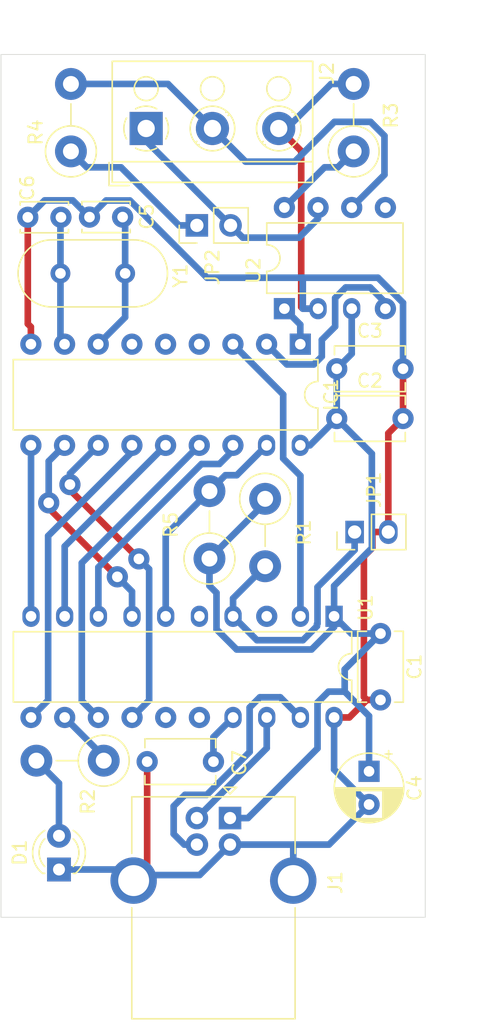
<source format=kicad_pcb>
(kicad_pcb (version 20171130) (host pcbnew "(5.1.12)-1")

  (general
    (thickness 1.6)
    (drawings 6)
    (tracks 196)
    (zones 0)
    (modules 21)
    (nets 34)
  )

  (page A4)
  (layers
    (0 F.Cu signal)
    (31 B.Cu signal)
    (32 B.Adhes user hide)
    (33 F.Adhes user hide)
    (34 B.Paste user)
    (35 F.Paste user)
    (36 B.SilkS user)
    (37 F.SilkS user)
    (38 B.Mask user)
    (39 F.Mask user)
    (40 Dwgs.User user)
    (41 Cmts.User user)
    (42 Eco1.User user)
    (43 Eco2.User user)
    (44 Edge.Cuts user)
    (45 Margin user)
    (46 B.CrtYd user)
    (47 F.CrtYd user)
    (48 B.Fab user hide)
    (49 F.Fab user hide)
  )

  (setup
    (last_trace_width 0.5)
    (trace_clearance 0.2)
    (zone_clearance 1)
    (zone_45_only no)
    (trace_min 0.2)
    (via_size 0.8)
    (via_drill 0.4)
    (via_min_size 0.4)
    (via_min_drill 0.3)
    (user_via 1.6 0.8)
    (uvia_size 0.3)
    (uvia_drill 0.1)
    (uvias_allowed no)
    (uvia_min_size 0.2)
    (uvia_min_drill 0.1)
    (edge_width 0.05)
    (segment_width 0.2)
    (pcb_text_width 0.3)
    (pcb_text_size 1.5 1.5)
    (mod_edge_width 0.12)
    (mod_text_size 1 1)
    (mod_text_width 0.15)
    (pad_size 1.6 1.3)
    (pad_drill 0.8)
    (pad_to_mask_clearance 0.051)
    (solder_mask_min_width 0.25)
    (aux_axis_origin 0 0)
    (grid_origin 100 100)
    (visible_elements 7FFFEFFF)
    (pcbplotparams
      (layerselection 0x01000_fffffffe)
      (usegerberextensions false)
      (usegerberattributes false)
      (usegerberadvancedattributes false)
      (creategerberjobfile false)
      (excludeedgelayer true)
      (linewidth 0.100000)
      (plotframeref false)
      (viasonmask false)
      (mode 1)
      (useauxorigin false)
      (hpglpennumber 1)
      (hpglpenspeed 20)
      (hpglpendiameter 15.000000)
      (psnegative false)
      (psa4output false)
      (plotreference true)
      (plotvalue true)
      (plotinvisibletext false)
      (padsonsilk false)
      (subtractmaskfromsilk false)
      (outputformat 1)
      (mirror false)
      (drillshape 0)
      (scaleselection 1)
      (outputdirectory "grbl/"))
  )

  (net 0 "")
  (net 1 GND)
  (net 2 +5V)
  (net 3 "Net-(C5-Pad1)")
  (net 4 "Net-(C6-Pad1)")
  (net 5 "Net-(C7-Pad1)")
  (net 6 "Net-(D1-Pad2)")
  (net 7 /RST)
  (net 8 /CS)
  (net 9 /SO)
  (net 10 "Net-(IC1-Pad6)")
  (net 11 /SI)
  (net 12 "Net-(IC1-Pad5)")
  (net 13 /SCK)
  (net 14 "Net-(IC1-Pad4)")
  (net 15 /INT)
  (net 16 /CLKOUT)
  (net 17 /RX0BF)
  (net 18 /RXCAN)
  (net 19 /RX1BF)
  (net 20 /TXCAN)
  (net 21 /D+)
  (net 22 /D-)
  (net 23 "Net-(J2-Pad2)")
  (net 24 "Net-(J2-Pad1)")
  (net 25 "Net-(JP1-Pad1)")
  (net 26 "Net-(JP2-Pad1)")
  (net 27 "Net-(R2-Pad1)")
  (net 28 "Net-(R3-Pad1)")
  (net 29 "Net-(U1-Pad16)")
  (net 30 "Net-(U1-Pad15)")
  (net 31 "Net-(U1-Pad5)")
  (net 32 "Net-(U1-Pad3)")
  (net 33 "Net-(U2-Pad5)")

  (net_class Default "This is the default net class."
    (clearance 0.2)
    (trace_width 0.5)
    (via_dia 0.8)
    (via_drill 0.4)
    (uvia_dia 0.3)
    (uvia_drill 0.1)
    (add_net +5V)
    (add_net /CLKOUT)
    (add_net /CS)
    (add_net /D+)
    (add_net /D-)
    (add_net /INT)
    (add_net /RST)
    (add_net /RX0BF)
    (add_net /RX1BF)
    (add_net /RXCAN)
    (add_net /SCK)
    (add_net /SI)
    (add_net /SO)
    (add_net /TXCAN)
    (add_net GND)
    (add_net "Net-(C5-Pad1)")
    (add_net "Net-(C6-Pad1)")
    (add_net "Net-(C7-Pad1)")
    (add_net "Net-(D1-Pad2)")
    (add_net "Net-(IC1-Pad4)")
    (add_net "Net-(IC1-Pad5)")
    (add_net "Net-(IC1-Pad6)")
    (add_net "Net-(J2-Pad1)")
    (add_net "Net-(J2-Pad2)")
    (add_net "Net-(JP1-Pad1)")
    (add_net "Net-(JP2-Pad1)")
    (add_net "Net-(R2-Pad1)")
    (add_net "Net-(R3-Pad1)")
    (add_net "Net-(U1-Pad15)")
    (add_net "Net-(U1-Pad16)")
    (add_net "Net-(U1-Pad3)")
    (add_net "Net-(U1-Pad5)")
    (add_net "Net-(U2-Pad5)")
  )

  (module Capacitor_THT:CP_Radial_D5.0mm_P2.50mm (layer F.Cu) (tedit 5AE50EF0) (tstamp 5DB06E4A)
    (at 128.6 153.797 270)
    (descr "CP, Radial series, Radial, pin pitch=2.50mm, , diameter=5mm, Electrolytic Capacitor")
    (tags "CP Radial series Radial pin pitch 2.50mm  diameter 5mm Electrolytic Capacitor")
    (path /5DB097F7)
    (fp_text reference C4 (at 1.27 -3.429 90) (layer F.SilkS)
      (effects (font (size 1 1) (thickness 0.15)))
    )
    (fp_text value 4.7u (at 1.25 3.75 90) (layer F.Fab)
      (effects (font (size 1 1) (thickness 0.15)))
    )
    (fp_line (start -1.304775 -1.725) (end -1.304775 -1.225) (layer F.SilkS) (width 0.12))
    (fp_line (start -1.554775 -1.475) (end -1.054775 -1.475) (layer F.SilkS) (width 0.12))
    (fp_line (start 3.851 -0.284) (end 3.851 0.284) (layer F.SilkS) (width 0.12))
    (fp_line (start 3.811 -0.518) (end 3.811 0.518) (layer F.SilkS) (width 0.12))
    (fp_line (start 3.771 -0.677) (end 3.771 0.677) (layer F.SilkS) (width 0.12))
    (fp_line (start 3.731 -0.805) (end 3.731 0.805) (layer F.SilkS) (width 0.12))
    (fp_line (start 3.691 -0.915) (end 3.691 0.915) (layer F.SilkS) (width 0.12))
    (fp_line (start 3.651 -1.011) (end 3.651 1.011) (layer F.SilkS) (width 0.12))
    (fp_line (start 3.611 -1.098) (end 3.611 1.098) (layer F.SilkS) (width 0.12))
    (fp_line (start 3.571 -1.178) (end 3.571 1.178) (layer F.SilkS) (width 0.12))
    (fp_line (start 3.531 1.04) (end 3.531 1.251) (layer F.SilkS) (width 0.12))
    (fp_line (start 3.531 -1.251) (end 3.531 -1.04) (layer F.SilkS) (width 0.12))
    (fp_line (start 3.491 1.04) (end 3.491 1.319) (layer F.SilkS) (width 0.12))
    (fp_line (start 3.491 -1.319) (end 3.491 -1.04) (layer F.SilkS) (width 0.12))
    (fp_line (start 3.451 1.04) (end 3.451 1.383) (layer F.SilkS) (width 0.12))
    (fp_line (start 3.451 -1.383) (end 3.451 -1.04) (layer F.SilkS) (width 0.12))
    (fp_line (start 3.411 1.04) (end 3.411 1.443) (layer F.SilkS) (width 0.12))
    (fp_line (start 3.411 -1.443) (end 3.411 -1.04) (layer F.SilkS) (width 0.12))
    (fp_line (start 3.371 1.04) (end 3.371 1.5) (layer F.SilkS) (width 0.12))
    (fp_line (start 3.371 -1.5) (end 3.371 -1.04) (layer F.SilkS) (width 0.12))
    (fp_line (start 3.331 1.04) (end 3.331 1.554) (layer F.SilkS) (width 0.12))
    (fp_line (start 3.331 -1.554) (end 3.331 -1.04) (layer F.SilkS) (width 0.12))
    (fp_line (start 3.291 1.04) (end 3.291 1.605) (layer F.SilkS) (width 0.12))
    (fp_line (start 3.291 -1.605) (end 3.291 -1.04) (layer F.SilkS) (width 0.12))
    (fp_line (start 3.251 1.04) (end 3.251 1.653) (layer F.SilkS) (width 0.12))
    (fp_line (start 3.251 -1.653) (end 3.251 -1.04) (layer F.SilkS) (width 0.12))
    (fp_line (start 3.211 1.04) (end 3.211 1.699) (layer F.SilkS) (width 0.12))
    (fp_line (start 3.211 -1.699) (end 3.211 -1.04) (layer F.SilkS) (width 0.12))
    (fp_line (start 3.171 1.04) (end 3.171 1.743) (layer F.SilkS) (width 0.12))
    (fp_line (start 3.171 -1.743) (end 3.171 -1.04) (layer F.SilkS) (width 0.12))
    (fp_line (start 3.131 1.04) (end 3.131 1.785) (layer F.SilkS) (width 0.12))
    (fp_line (start 3.131 -1.785) (end 3.131 -1.04) (layer F.SilkS) (width 0.12))
    (fp_line (start 3.091 1.04) (end 3.091 1.826) (layer F.SilkS) (width 0.12))
    (fp_line (start 3.091 -1.826) (end 3.091 -1.04) (layer F.SilkS) (width 0.12))
    (fp_line (start 3.051 1.04) (end 3.051 1.864) (layer F.SilkS) (width 0.12))
    (fp_line (start 3.051 -1.864) (end 3.051 -1.04) (layer F.SilkS) (width 0.12))
    (fp_line (start 3.011 1.04) (end 3.011 1.901) (layer F.SilkS) (width 0.12))
    (fp_line (start 3.011 -1.901) (end 3.011 -1.04) (layer F.SilkS) (width 0.12))
    (fp_line (start 2.971 1.04) (end 2.971 1.937) (layer F.SilkS) (width 0.12))
    (fp_line (start 2.971 -1.937) (end 2.971 -1.04) (layer F.SilkS) (width 0.12))
    (fp_line (start 2.931 1.04) (end 2.931 1.971) (layer F.SilkS) (width 0.12))
    (fp_line (start 2.931 -1.971) (end 2.931 -1.04) (layer F.SilkS) (width 0.12))
    (fp_line (start 2.891 1.04) (end 2.891 2.004) (layer F.SilkS) (width 0.12))
    (fp_line (start 2.891 -2.004) (end 2.891 -1.04) (layer F.SilkS) (width 0.12))
    (fp_line (start 2.851 1.04) (end 2.851 2.035) (layer F.SilkS) (width 0.12))
    (fp_line (start 2.851 -2.035) (end 2.851 -1.04) (layer F.SilkS) (width 0.12))
    (fp_line (start 2.811 1.04) (end 2.811 2.065) (layer F.SilkS) (width 0.12))
    (fp_line (start 2.811 -2.065) (end 2.811 -1.04) (layer F.SilkS) (width 0.12))
    (fp_line (start 2.771 1.04) (end 2.771 2.095) (layer F.SilkS) (width 0.12))
    (fp_line (start 2.771 -2.095) (end 2.771 -1.04) (layer F.SilkS) (width 0.12))
    (fp_line (start 2.731 1.04) (end 2.731 2.122) (layer F.SilkS) (width 0.12))
    (fp_line (start 2.731 -2.122) (end 2.731 -1.04) (layer F.SilkS) (width 0.12))
    (fp_line (start 2.691 1.04) (end 2.691 2.149) (layer F.SilkS) (width 0.12))
    (fp_line (start 2.691 -2.149) (end 2.691 -1.04) (layer F.SilkS) (width 0.12))
    (fp_line (start 2.651 1.04) (end 2.651 2.175) (layer F.SilkS) (width 0.12))
    (fp_line (start 2.651 -2.175) (end 2.651 -1.04) (layer F.SilkS) (width 0.12))
    (fp_line (start 2.611 1.04) (end 2.611 2.2) (layer F.SilkS) (width 0.12))
    (fp_line (start 2.611 -2.2) (end 2.611 -1.04) (layer F.SilkS) (width 0.12))
    (fp_line (start 2.571 1.04) (end 2.571 2.224) (layer F.SilkS) (width 0.12))
    (fp_line (start 2.571 -2.224) (end 2.571 -1.04) (layer F.SilkS) (width 0.12))
    (fp_line (start 2.531 1.04) (end 2.531 2.247) (layer F.SilkS) (width 0.12))
    (fp_line (start 2.531 -2.247) (end 2.531 -1.04) (layer F.SilkS) (width 0.12))
    (fp_line (start 2.491 1.04) (end 2.491 2.268) (layer F.SilkS) (width 0.12))
    (fp_line (start 2.491 -2.268) (end 2.491 -1.04) (layer F.SilkS) (width 0.12))
    (fp_line (start 2.451 1.04) (end 2.451 2.29) (layer F.SilkS) (width 0.12))
    (fp_line (start 2.451 -2.29) (end 2.451 -1.04) (layer F.SilkS) (width 0.12))
    (fp_line (start 2.411 1.04) (end 2.411 2.31) (layer F.SilkS) (width 0.12))
    (fp_line (start 2.411 -2.31) (end 2.411 -1.04) (layer F.SilkS) (width 0.12))
    (fp_line (start 2.371 1.04) (end 2.371 2.329) (layer F.SilkS) (width 0.12))
    (fp_line (start 2.371 -2.329) (end 2.371 -1.04) (layer F.SilkS) (width 0.12))
    (fp_line (start 2.331 1.04) (end 2.331 2.348) (layer F.SilkS) (width 0.12))
    (fp_line (start 2.331 -2.348) (end 2.331 -1.04) (layer F.SilkS) (width 0.12))
    (fp_line (start 2.291 1.04) (end 2.291 2.365) (layer F.SilkS) (width 0.12))
    (fp_line (start 2.291 -2.365) (end 2.291 -1.04) (layer F.SilkS) (width 0.12))
    (fp_line (start 2.251 1.04) (end 2.251 2.382) (layer F.SilkS) (width 0.12))
    (fp_line (start 2.251 -2.382) (end 2.251 -1.04) (layer F.SilkS) (width 0.12))
    (fp_line (start 2.211 1.04) (end 2.211 2.398) (layer F.SilkS) (width 0.12))
    (fp_line (start 2.211 -2.398) (end 2.211 -1.04) (layer F.SilkS) (width 0.12))
    (fp_line (start 2.171 1.04) (end 2.171 2.414) (layer F.SilkS) (width 0.12))
    (fp_line (start 2.171 -2.414) (end 2.171 -1.04) (layer F.SilkS) (width 0.12))
    (fp_line (start 2.131 1.04) (end 2.131 2.428) (layer F.SilkS) (width 0.12))
    (fp_line (start 2.131 -2.428) (end 2.131 -1.04) (layer F.SilkS) (width 0.12))
    (fp_line (start 2.091 1.04) (end 2.091 2.442) (layer F.SilkS) (width 0.12))
    (fp_line (start 2.091 -2.442) (end 2.091 -1.04) (layer F.SilkS) (width 0.12))
    (fp_line (start 2.051 1.04) (end 2.051 2.455) (layer F.SilkS) (width 0.12))
    (fp_line (start 2.051 -2.455) (end 2.051 -1.04) (layer F.SilkS) (width 0.12))
    (fp_line (start 2.011 1.04) (end 2.011 2.468) (layer F.SilkS) (width 0.12))
    (fp_line (start 2.011 -2.468) (end 2.011 -1.04) (layer F.SilkS) (width 0.12))
    (fp_line (start 1.971 1.04) (end 1.971 2.48) (layer F.SilkS) (width 0.12))
    (fp_line (start 1.971 -2.48) (end 1.971 -1.04) (layer F.SilkS) (width 0.12))
    (fp_line (start 1.93 1.04) (end 1.93 2.491) (layer F.SilkS) (width 0.12))
    (fp_line (start 1.93 -2.491) (end 1.93 -1.04) (layer F.SilkS) (width 0.12))
    (fp_line (start 1.89 1.04) (end 1.89 2.501) (layer F.SilkS) (width 0.12))
    (fp_line (start 1.89 -2.501) (end 1.89 -1.04) (layer F.SilkS) (width 0.12))
    (fp_line (start 1.85 1.04) (end 1.85 2.511) (layer F.SilkS) (width 0.12))
    (fp_line (start 1.85 -2.511) (end 1.85 -1.04) (layer F.SilkS) (width 0.12))
    (fp_line (start 1.81 1.04) (end 1.81 2.52) (layer F.SilkS) (width 0.12))
    (fp_line (start 1.81 -2.52) (end 1.81 -1.04) (layer F.SilkS) (width 0.12))
    (fp_line (start 1.77 1.04) (end 1.77 2.528) (layer F.SilkS) (width 0.12))
    (fp_line (start 1.77 -2.528) (end 1.77 -1.04) (layer F.SilkS) (width 0.12))
    (fp_line (start 1.73 1.04) (end 1.73 2.536) (layer F.SilkS) (width 0.12))
    (fp_line (start 1.73 -2.536) (end 1.73 -1.04) (layer F.SilkS) (width 0.12))
    (fp_line (start 1.69 1.04) (end 1.69 2.543) (layer F.SilkS) (width 0.12))
    (fp_line (start 1.69 -2.543) (end 1.69 -1.04) (layer F.SilkS) (width 0.12))
    (fp_line (start 1.65 1.04) (end 1.65 2.55) (layer F.SilkS) (width 0.12))
    (fp_line (start 1.65 -2.55) (end 1.65 -1.04) (layer F.SilkS) (width 0.12))
    (fp_line (start 1.61 1.04) (end 1.61 2.556) (layer F.SilkS) (width 0.12))
    (fp_line (start 1.61 -2.556) (end 1.61 -1.04) (layer F.SilkS) (width 0.12))
    (fp_line (start 1.57 1.04) (end 1.57 2.561) (layer F.SilkS) (width 0.12))
    (fp_line (start 1.57 -2.561) (end 1.57 -1.04) (layer F.SilkS) (width 0.12))
    (fp_line (start 1.53 1.04) (end 1.53 2.565) (layer F.SilkS) (width 0.12))
    (fp_line (start 1.53 -2.565) (end 1.53 -1.04) (layer F.SilkS) (width 0.12))
    (fp_line (start 1.49 1.04) (end 1.49 2.569) (layer F.SilkS) (width 0.12))
    (fp_line (start 1.49 -2.569) (end 1.49 -1.04) (layer F.SilkS) (width 0.12))
    (fp_line (start 1.45 -2.573) (end 1.45 2.573) (layer F.SilkS) (width 0.12))
    (fp_line (start 1.41 -2.576) (end 1.41 2.576) (layer F.SilkS) (width 0.12))
    (fp_line (start 1.37 -2.578) (end 1.37 2.578) (layer F.SilkS) (width 0.12))
    (fp_line (start 1.33 -2.579) (end 1.33 2.579) (layer F.SilkS) (width 0.12))
    (fp_line (start 1.29 -2.58) (end 1.29 2.58) (layer F.SilkS) (width 0.12))
    (fp_line (start 1.25 -2.58) (end 1.25 2.58) (layer F.SilkS) (width 0.12))
    (fp_line (start -0.633605 -1.3375) (end -0.633605 -0.8375) (layer F.Fab) (width 0.1))
    (fp_line (start -0.883605 -1.0875) (end -0.383605 -1.0875) (layer F.Fab) (width 0.1))
    (fp_circle (center 1.25 0) (end 4 0) (layer F.CrtYd) (width 0.05))
    (fp_circle (center 1.25 0) (end 3.87 0) (layer F.SilkS) (width 0.12))
    (fp_circle (center 1.25 0) (end 3.75 0) (layer F.Fab) (width 0.1))
    (fp_text user %R (at 1.25 0 90) (layer F.Fab)
      (effects (font (size 1 1) (thickness 0.15)))
    )
    (pad 1 thru_hole rect (at 0 0 270) (size 1.6 1.6) (drill 0.8) (layers *.Cu *.Mask)
      (net 2 +5V))
    (pad 2 thru_hole circle (at 2.5 0 270) (size 1.6 1.6) (drill 0.8) (layers *.Cu *.Mask)
      (net 1 GND))
    (model ${KISYS3DMOD}/Capacitor_THT.3dshapes/CP_Radial_D5.0mm_P2.50mm.wrl
      (at (xyz 0 0 0))
      (scale (xyz 1 1 1))
      (rotate (xyz 0 0 0))
    )
  )

  (module Resistor_THT:R_Axial_DIN0411_L9.9mm_D3.6mm_P5.08mm_Vertical (layer F.Cu) (tedit 5AE5139B) (tstamp 5DACF3AD)
    (at 116.563 137.77 90)
    (descr "Resistor, Axial_DIN0411 series, Axial, Vertical, pin pitch=5.08mm, 1W, length*diameter=9.9*3.6mm^2")
    (tags "Resistor Axial_DIN0411 series Axial Vertical pin pitch 5.08mm 1W length 9.9mm diameter 3.6mm")
    (path /5DBEC23B)
    (fp_text reference R5 (at 2.54 -2.92 90) (layer F.SilkS)
      (effects (font (size 1 1) (thickness 0.15)))
    )
    (fp_text value 1k (at 2.54 2.92 90) (layer F.Fab)
      (effects (font (size 1 1) (thickness 0.15)))
    )
    (fp_line (start 6.53 -2.05) (end -2.05 -2.05) (layer F.CrtYd) (width 0.05))
    (fp_line (start 6.53 2.05) (end 6.53 -2.05) (layer F.CrtYd) (width 0.05))
    (fp_line (start -2.05 2.05) (end 6.53 2.05) (layer F.CrtYd) (width 0.05))
    (fp_line (start -2.05 -2.05) (end -2.05 2.05) (layer F.CrtYd) (width 0.05))
    (fp_line (start 1.92 0) (end 3.58 0) (layer F.SilkS) (width 0.12))
    (fp_line (start 0 0) (end 5.08 0) (layer F.Fab) (width 0.1))
    (fp_circle (center 0 0) (end 1.92 0) (layer F.SilkS) (width 0.12))
    (fp_circle (center 0 0) (end 1.8 0) (layer F.Fab) (width 0.1))
    (fp_text user %R (at 2.54 -2.92 90) (layer F.Fab)
      (effects (font (size 1 1) (thickness 0.15)))
    )
    (pad 1 thru_hole circle (at 0 0 90) (size 2.4 2.4) (drill 1.2) (layers *.Cu *.Mask)
      (net 2 +5V))
    (pad 2 thru_hole oval (at 5.08 0 90) (size 2.4 2.4) (drill 1.2) (layers *.Cu *.Mask)
      (net 7 /RST))
    (model ${KISYS3DMOD}/Resistor_THT.3dshapes/R_Axial_DIN0411_L9.9mm_D3.6mm_P5.08mm_Vertical.wrl
      (at (xyz 0 0 0))
      (scale (xyz 1 1 1))
      (rotate (xyz 0 0 0))
    )
  )

  (module Resistor_THT:R_Axial_DIN0411_L9.9mm_D3.6mm_P5.08mm_Vertical (layer F.Cu) (tedit 5AE5139B) (tstamp 5DACF39E)
    (at 106.113 107.095 90)
    (descr "Resistor, Axial_DIN0411 series, Axial, Vertical, pin pitch=5.08mm, 1W, length*diameter=9.9*3.6mm^2")
    (tags "Resistor Axial_DIN0411 series Axial Vertical pin pitch 5.08mm 1W length 9.9mm diameter 3.6mm")
    (path /5DC22984)
    (fp_text reference R4 (at 1.431 -2.659 90) (layer F.SilkS)
      (effects (font (size 1 1) (thickness 0.15)))
    )
    (fp_text value 120 (at 2.54 2.92 90) (layer F.Fab)
      (effects (font (size 1 1) (thickness 0.15)))
    )
    (fp_line (start 6.53 -2.05) (end -2.05 -2.05) (layer F.CrtYd) (width 0.05))
    (fp_line (start 6.53 2.05) (end 6.53 -2.05) (layer F.CrtYd) (width 0.05))
    (fp_line (start -2.05 2.05) (end 6.53 2.05) (layer F.CrtYd) (width 0.05))
    (fp_line (start -2.05 -2.05) (end -2.05 2.05) (layer F.CrtYd) (width 0.05))
    (fp_line (start 1.92 0) (end 3.58 0) (layer F.SilkS) (width 0.12))
    (fp_line (start 0 0) (end 5.08 0) (layer F.Fab) (width 0.1))
    (fp_circle (center 0 0) (end 1.92 0) (layer F.SilkS) (width 0.12))
    (fp_circle (center 0 0) (end 1.8 0) (layer F.Fab) (width 0.1))
    (fp_text user %R (at 2.54 -2.92 90) (layer F.Fab)
      (effects (font (size 1 1) (thickness 0.15)))
    )
    (pad 1 thru_hole circle (at 0 0 90) (size 2.4 2.4) (drill 1.2) (layers *.Cu *.Mask)
      (net 26 "Net-(JP2-Pad1)"))
    (pad 2 thru_hole oval (at 5.08 0 90) (size 2.4 2.4) (drill 1.2) (layers *.Cu *.Mask)
      (net 23 "Net-(J2-Pad2)"))
    (model ${KISYS3DMOD}/Resistor_THT.3dshapes/R_Axial_DIN0411_L9.9mm_D3.6mm_P5.08mm_Vertical.wrl
      (at (xyz 0 0 0))
      (scale (xyz 1 1 1))
      (rotate (xyz 0 0 0))
    )
  )

  (module Resistor_THT:R_Axial_DIN0411_L9.9mm_D3.6mm_P5.08mm_Vertical (layer F.Cu) (tedit 5AE5139B) (tstamp 5DACF38F)
    (at 127.438 107.095 90)
    (descr "Resistor, Axial_DIN0411 series, Axial, Vertical, pin pitch=5.08mm, 1W, length*diameter=9.9*3.6mm^2")
    (tags "Resistor Axial_DIN0411 series Axial Vertical pin pitch 5.08mm 1W length 9.9mm diameter 3.6mm")
    (path /5DBC25E6)
    (fp_text reference R3 (at 2.701 2.813 90) (layer F.SilkS)
      (effects (font (size 1 1) (thickness 0.15)))
    )
    (fp_text value 1k (at 2.54 2.92 90) (layer F.Fab)
      (effects (font (size 1 1) (thickness 0.15)))
    )
    (fp_line (start 6.53 -2.05) (end -2.05 -2.05) (layer F.CrtYd) (width 0.05))
    (fp_line (start 6.53 2.05) (end 6.53 -2.05) (layer F.CrtYd) (width 0.05))
    (fp_line (start -2.05 2.05) (end 6.53 2.05) (layer F.CrtYd) (width 0.05))
    (fp_line (start -2.05 -2.05) (end -2.05 2.05) (layer F.CrtYd) (width 0.05))
    (fp_line (start 1.92 0) (end 3.58 0) (layer F.SilkS) (width 0.12))
    (fp_line (start 0 0) (end 5.08 0) (layer F.Fab) (width 0.1))
    (fp_circle (center 0 0) (end 1.92 0) (layer F.SilkS) (width 0.12))
    (fp_circle (center 0 0) (end 1.8 0) (layer F.Fab) (width 0.1))
    (fp_text user %R (at 2.54 -2.92 90) (layer F.Fab)
      (effects (font (size 1 1) (thickness 0.15)))
    )
    (pad 1 thru_hole circle (at 0 0 90) (size 2.4 2.4) (drill 1.2) (layers *.Cu *.Mask)
      (net 28 "Net-(R3-Pad1)"))
    (pad 2 thru_hole oval (at 5.08 0 90) (size 2.4 2.4) (drill 1.2) (layers *.Cu *.Mask)
      (net 1 GND))
    (model ${KISYS3DMOD}/Resistor_THT.3dshapes/R_Axial_DIN0411_L9.9mm_D3.6mm_P5.08mm_Vertical.wrl
      (at (xyz 0 0 0))
      (scale (xyz 1 1 1))
      (rotate (xyz 0 0 0))
    )
  )

  (module Resistor_THT:R_Axial_DIN0411_L9.9mm_D3.6mm_P5.08mm_Vertical (layer F.Cu) (tedit 5AE5139B) (tstamp 5DACF380)
    (at 108.588 152.995 180)
    (descr "Resistor, Axial_DIN0411 series, Axial, Vertical, pin pitch=5.08mm, 1W, length*diameter=9.9*3.6mm^2")
    (tags "Resistor Axial_DIN0411 series Axial Vertical pin pitch 5.08mm 1W length 9.9mm diameter 3.6mm")
    (path /5DBB32E2)
    (fp_text reference R2 (at 1.197 -3.088 270) (layer F.SilkS)
      (effects (font (size 1 1) (thickness 0.15)))
    )
    (fp_text value 1k (at 2.54 2.92) (layer F.Fab)
      (effects (font (size 1 1) (thickness 0.15)))
    )
    (fp_line (start 6.53 -2.05) (end -2.05 -2.05) (layer F.CrtYd) (width 0.05))
    (fp_line (start 6.53 2.05) (end 6.53 -2.05) (layer F.CrtYd) (width 0.05))
    (fp_line (start -2.05 2.05) (end 6.53 2.05) (layer F.CrtYd) (width 0.05))
    (fp_line (start -2.05 -2.05) (end -2.05 2.05) (layer F.CrtYd) (width 0.05))
    (fp_line (start 1.92 0) (end 3.58 0) (layer F.SilkS) (width 0.12))
    (fp_line (start 0 0) (end 5.08 0) (layer F.Fab) (width 0.1))
    (fp_circle (center 0 0) (end 1.92 0) (layer F.SilkS) (width 0.12))
    (fp_circle (center 0 0) (end 1.8 0) (layer F.Fab) (width 0.1))
    (fp_text user %R (at 2.54 -2.92) (layer F.Fab)
      (effects (font (size 1 1) (thickness 0.15)))
    )
    (pad 1 thru_hole circle (at 0 0 180) (size 2.4 2.4) (drill 1.2) (layers *.Cu *.Mask)
      (net 27 "Net-(R2-Pad1)"))
    (pad 2 thru_hole oval (at 5.08 0 180) (size 2.4 2.4) (drill 1.2) (layers *.Cu *.Mask)
      (net 6 "Net-(D1-Pad2)"))
    (model ${KISYS3DMOD}/Resistor_THT.3dshapes/R_Axial_DIN0411_L9.9mm_D3.6mm_P5.08mm_Vertical.wrl
      (at (xyz 0 0 0))
      (scale (xyz 1 1 1))
      (rotate (xyz 0 0 0))
    )
  )

  (module Resistor_THT:R_Axial_DIN0411_L9.9mm_D3.6mm_P5.08mm_Vertical (layer F.Cu) (tedit 5AE5139B) (tstamp 5DACF371)
    (at 120.763 133.27 270)
    (descr "Resistor, Axial_DIN0411 series, Axial, Vertical, pin pitch=5.08mm, 1W, length*diameter=9.9*3.6mm^2")
    (tags "Resistor Axial_DIN0411 series Axial Vertical pin pitch 5.08mm 1W length 9.9mm diameter 3.6mm")
    (path /5DABED01)
    (fp_text reference R1 (at 2.54 -2.92 90) (layer F.SilkS)
      (effects (font (size 1 1) (thickness 0.15)))
    )
    (fp_text value 1k (at 2.54 2.92 90) (layer F.Fab)
      (effects (font (size 1 1) (thickness 0.15)))
    )
    (fp_line (start 6.53 -2.05) (end -2.05 -2.05) (layer F.CrtYd) (width 0.05))
    (fp_line (start 6.53 2.05) (end 6.53 -2.05) (layer F.CrtYd) (width 0.05))
    (fp_line (start -2.05 2.05) (end 6.53 2.05) (layer F.CrtYd) (width 0.05))
    (fp_line (start -2.05 -2.05) (end -2.05 2.05) (layer F.CrtYd) (width 0.05))
    (fp_line (start 1.92 0) (end 3.58 0) (layer F.SilkS) (width 0.12))
    (fp_line (start 0 0) (end 5.08 0) (layer F.Fab) (width 0.1))
    (fp_circle (center 0 0) (end 1.92 0) (layer F.SilkS) (width 0.12))
    (fp_circle (center 0 0) (end 1.8 0) (layer F.Fab) (width 0.1))
    (fp_text user %R (at 2.54 -2.92 90) (layer F.Fab)
      (effects (font (size 1 1) (thickness 0.15)))
    )
    (pad 1 thru_hole circle (at 0 0 270) (size 2.4 2.4) (drill 1.2) (layers *.Cu *.Mask)
      (net 2 +5V))
    (pad 2 thru_hole oval (at 5.08 0 270) (size 2.4 2.4) (drill 1.2) (layers *.Cu *.Mask)
      (net 25 "Net-(JP1-Pad1)"))
    (model ${KISYS3DMOD}/Resistor_THT.3dshapes/R_Axial_DIN0411_L9.9mm_D3.6mm_P5.08mm_Vertical.wrl
      (at (xyz 0 0 0))
      (scale (xyz 1 1 1))
      (rotate (xyz 0 0 0))
    )
  )

  (module Crystal:Crystal_HC49-U_Vertical (layer F.Cu) (tedit 5A1AD3B8) (tstamp 5DACE0EC)
    (at 110.202 116.287 180)
    (descr "Crystal THT HC-49/U http://5hertz.com/pdfs/04404_D.pdf")
    (tags "THT crystalHC-49/U")
    (path /5DBDC6C7)
    (fp_text reference Y1 (at -4.17448 -0.17204 270) (layer F.SilkS)
      (effects (font (size 1 1) (thickness 0.15)))
    )
    (fp_text value 24MHz (at 2.44 3.525) (layer F.Fab)
      (effects (font (size 1 1) (thickness 0.15)))
    )
    (fp_line (start 8.4 -2.8) (end -3.5 -2.8) (layer F.CrtYd) (width 0.05))
    (fp_line (start 8.4 2.8) (end 8.4 -2.8) (layer F.CrtYd) (width 0.05))
    (fp_line (start -3.5 2.8) (end 8.4 2.8) (layer F.CrtYd) (width 0.05))
    (fp_line (start -3.5 -2.8) (end -3.5 2.8) (layer F.CrtYd) (width 0.05))
    (fp_line (start -0.685 2.525) (end 5.565 2.525) (layer F.SilkS) (width 0.12))
    (fp_line (start -0.685 -2.525) (end 5.565 -2.525) (layer F.SilkS) (width 0.12))
    (fp_line (start -0.56 2) (end 5.44 2) (layer F.Fab) (width 0.1))
    (fp_line (start -0.56 -2) (end 5.44 -2) (layer F.Fab) (width 0.1))
    (fp_line (start -0.685 2.325) (end 5.565 2.325) (layer F.Fab) (width 0.1))
    (fp_line (start -0.685 -2.325) (end 5.565 -2.325) (layer F.Fab) (width 0.1))
    (fp_text user %R (at 2.44 0) (layer F.Fab)
      (effects (font (size 1 1) (thickness 0.15)))
    )
    (fp_arc (start -0.685 0) (end -0.685 -2.325) (angle -180) (layer F.Fab) (width 0.1))
    (fp_arc (start 5.565 0) (end 5.565 -2.325) (angle 180) (layer F.Fab) (width 0.1))
    (fp_arc (start -0.56 0) (end -0.56 -2) (angle -180) (layer F.Fab) (width 0.1))
    (fp_arc (start 5.44 0) (end 5.44 -2) (angle 180) (layer F.Fab) (width 0.1))
    (fp_arc (start -0.685 0) (end -0.685 -2.525) (angle -180) (layer F.SilkS) (width 0.12))
    (fp_arc (start 5.565 0) (end 5.565 -2.525) (angle 180) (layer F.SilkS) (width 0.12))
    (pad 1 thru_hole circle (at 0 0 180) (size 1.5 1.5) (drill 0.8) (layers *.Cu *.Mask)
      (net 3 "Net-(C5-Pad1)"))
    (pad 2 thru_hole circle (at 4.88 0 180) (size 1.5 1.5) (drill 0.8) (layers *.Cu *.Mask)
      (net 4 "Net-(C6-Pad1)"))
    (model ${KISYS3DMOD}/Crystal.3dshapes/Crystal_HC49-U_Vertical.wrl
      (at (xyz 0 0 0))
      (scale (xyz 1 1 1))
      (rotate (xyz 0 0 0))
    )
  )

  (module Package_DIP:DIP-8_W7.62mm (layer F.Cu) (tedit 5DACEFAB) (tstamp 5DACE0D5)
    (at 122.213 118.945 90)
    (descr "8-lead though-hole mounted DIP package, row spacing 7.62 mm (300 mils)")
    (tags "THT DIP DIL PDIP 2.54mm 7.62mm 300mil")
    (path /5DAEF7B4)
    (fp_text reference U2 (at 2.867 -2.33 90) (layer F.SilkS)
      (effects (font (size 1 1) (thickness 0.15)))
    )
    (fp_text value MCP2551-I-P (at 3.81 9.95 90) (layer F.Fab)
      (effects (font (size 1 1) (thickness 0.15)))
    )
    (fp_line (start 8.7 -1.55) (end -1.1 -1.55) (layer F.CrtYd) (width 0.05))
    (fp_line (start 8.7 9.15) (end 8.7 -1.55) (layer F.CrtYd) (width 0.05))
    (fp_line (start -1.1 9.15) (end 8.7 9.15) (layer F.CrtYd) (width 0.05))
    (fp_line (start -1.1 -1.55) (end -1.1 9.15) (layer F.CrtYd) (width 0.05))
    (fp_line (start 6.46 -1.33) (end 4.81 -1.33) (layer F.SilkS) (width 0.12))
    (fp_line (start 6.46 8.95) (end 6.46 -1.33) (layer F.SilkS) (width 0.12))
    (fp_line (start 1.16 8.95) (end 6.46 8.95) (layer F.SilkS) (width 0.12))
    (fp_line (start 1.16 -1.33) (end 1.16 8.95) (layer F.SilkS) (width 0.12))
    (fp_line (start 2.81 -1.33) (end 1.16 -1.33) (layer F.SilkS) (width 0.12))
    (fp_line (start 0.635 -0.27) (end 1.635 -1.27) (layer F.Fab) (width 0.1))
    (fp_line (start 0.635 8.89) (end 0.635 -0.27) (layer F.Fab) (width 0.1))
    (fp_line (start 6.985 8.89) (end 0.635 8.89) (layer F.Fab) (width 0.1))
    (fp_line (start 6.985 -1.27) (end 6.985 8.89) (layer F.Fab) (width 0.1))
    (fp_line (start 1.635 -1.27) (end 6.985 -1.27) (layer F.Fab) (width 0.1))
    (fp_text user %R (at 3.81 3.81 90) (layer F.Fab)
      (effects (font (size 1 1) (thickness 0.15)))
    )
    (fp_arc (start 3.81 -1.33) (end 2.81 -1.33) (angle -180) (layer F.SilkS) (width 0.12))
    (pad 1 thru_hole rect (at 0 0 90) (size 1.6 1.6) (drill 0.8) (layers *.Cu *.Mask)
      (net 20 /TXCAN))
    (pad 5 thru_hole oval (at 7.62 7.62 90) (size 1.6 1.6) (drill 0.8) (layers *.Cu *.Mask)
      (net 33 "Net-(U2-Pad5)"))
    (pad 2 thru_hole oval (at 0 2.54 90) (size 1.6 1.3) (drill 0.8) (layers *.Cu *.Mask)
      (net 1 GND))
    (pad 6 thru_hole oval (at 7.62 5.08 90) (size 1.6 1.6) (drill 0.8) (layers *.Cu *.Mask)
      (net 23 "Net-(J2-Pad2)"))
    (pad 3 thru_hole oval (at 0 5.08 90) (size 1.6 1.3) (drill 0.8) (layers *.Cu *.Mask)
      (net 2 +5V))
    (pad 7 thru_hole oval (at 7.62 2.54 90) (size 1.6 1.6) (drill 0.8) (layers *.Cu *.Mask)
      (net 24 "Net-(J2-Pad1)"))
    (pad 4 thru_hole oval (at 0 7.62 90) (size 1.6 1.6) (drill 0.8) (layers *.Cu *.Mask)
      (net 18 /RXCAN))
    (pad 8 thru_hole oval (at 7.62 0 90) (size 1.6 1.6) (drill 0.8) (layers *.Cu *.Mask)
      (net 28 "Net-(R3-Pad1)"))
    (model ${KISYS3DMOD}/Package_DIP.3dshapes/DIP-8_W7.62mm.wrl
      (at (xyz 0 0 0))
      (scale (xyz 1 1 1))
      (rotate (xyz 0 0 0))
    )
  )

  (module Package_DIP:DIP-20_W7.62mm (layer F.Cu) (tedit 5DACEF8E) (tstamp 5DB07AB4)
    (at 125.963 142.12 270)
    (descr "20-lead though-hole mounted DIP package, row spacing 7.62 mm (300 mils)")
    (tags "THT DIP DIL PDIP 2.54mm 7.62mm 300mil")
    (path /5DABAA72)
    (fp_text reference U1 (at -0.642 -2.383 90) (layer F.SilkS)
      (effects (font (size 1 1) (thickness 0.15)))
    )
    (fp_text value PIC18F14K50-EP (at 3.81 25.19 90) (layer F.Fab)
      (effects (font (size 1 1) (thickness 0.15)))
    )
    (fp_line (start 8.7 -1.55) (end -1.1 -1.55) (layer F.CrtYd) (width 0.05))
    (fp_line (start 8.7 24.4) (end 8.7 -1.55) (layer F.CrtYd) (width 0.05))
    (fp_line (start -1.1 24.4) (end 8.7 24.4) (layer F.CrtYd) (width 0.05))
    (fp_line (start -1.1 -1.55) (end -1.1 24.4) (layer F.CrtYd) (width 0.05))
    (fp_line (start 6.46 -1.33) (end 4.81 -1.33) (layer F.SilkS) (width 0.12))
    (fp_line (start 6.46 24.19) (end 6.46 -1.33) (layer F.SilkS) (width 0.12))
    (fp_line (start 1.16 24.19) (end 6.46 24.19) (layer F.SilkS) (width 0.12))
    (fp_line (start 1.16 -1.33) (end 1.16 24.19) (layer F.SilkS) (width 0.12))
    (fp_line (start 2.81 -1.33) (end 1.16 -1.33) (layer F.SilkS) (width 0.12))
    (fp_line (start 0.635 -0.27) (end 1.635 -1.27) (layer F.Fab) (width 0.1))
    (fp_line (start 0.635 24.13) (end 0.635 -0.27) (layer F.Fab) (width 0.1))
    (fp_line (start 6.985 24.13) (end 0.635 24.13) (layer F.Fab) (width 0.1))
    (fp_line (start 6.985 -1.27) (end 6.985 24.13) (layer F.Fab) (width 0.1))
    (fp_line (start 1.635 -1.27) (end 6.985 -1.27) (layer F.Fab) (width 0.1))
    (fp_text user %R (at 3.81 11.43 90) (layer F.Fab)
      (effects (font (size 1 1) (thickness 0.15)))
    )
    (fp_arc (start 3.81 -1.33) (end 2.81 -1.33) (angle -180) (layer F.SilkS) (width 0.12))
    (pad 1 thru_hole rect (at 0 0 270) (size 1.6 1.3) (drill 0.8) (layers *.Cu *.Mask)
      (net 2 +5V))
    (pad 11 thru_hole oval (at 7.62 22.86 270) (size 1.6 1.6) (drill 0.8) (layers *.Cu *.Mask)
      (net 13 /SCK))
    (pad 2 thru_hole oval (at 0 2.54 270) (size 1.6 1.3) (drill 0.8) (layers *.Cu *.Mask)
      (net 16 /CLKOUT))
    (pad 12 thru_hole oval (at 7.62 20.32 270) (size 1.6 1.6) (drill 0.8) (layers *.Cu *.Mask)
      (net 27 "Net-(R2-Pad1)"))
    (pad 3 thru_hole oval (at 0 5.08 270) (size 1.6 1.6) (drill 0.8) (layers *.Cu *.Mask)
      (net 32 "Net-(U1-Pad3)"))
    (pad 13 thru_hole oval (at 7.62 17.78 270) (size 1.6 1.6) (drill 0.8) (layers *.Cu *.Mask)
      (net 9 /SO))
    (pad 4 thru_hole oval (at 0 7.62 270) (size 1.6 1.3) (drill 0.8) (layers *.Cu *.Mask)
      (net 25 "Net-(JP1-Pad1)"))
    (pad 14 thru_hole oval (at 7.62 15.24 270) (size 1.6 1.6) (drill 0.8) (layers *.Cu *.Mask)
      (net 15 /INT))
    (pad 5 thru_hole oval (at 0 10.16 270) (size 1.6 1.3) (drill 0.8) (layers *.Cu *.Mask)
      (net 31 "Net-(U1-Pad5)"))
    (pad 15 thru_hole oval (at 7.62 12.7 270) (size 1.6 1.6) (drill 0.8) (layers *.Cu *.Mask)
      (net 30 "Net-(U1-Pad15)"))
    (pad 6 thru_hole oval (at 0 12.7 270) (size 1.6 1.3) (drill 0.8) (layers *.Cu *.Mask)
      (net 7 /RST))
    (pad 16 thru_hole oval (at 7.62 10.16 270) (size 1.6 1.6) (drill 0.8) (layers *.Cu *.Mask)
      (net 29 "Net-(U1-Pad16)"))
    (pad 7 thru_hole oval (at 0 15.24 270) (size 1.6 1.3) (drill 0.8) (layers *.Cu *.Mask)
      (net 17 /RX0BF))
    (pad 17 thru_hole oval (at 7.62 7.62 270) (size 1.6 1.3) (drill 0.8) (layers *.Cu *.Mask)
      (net 5 "Net-(C7-Pad1)"))
    (pad 8 thru_hole oval (at 0 17.78 270) (size 1.6 1.3) (drill 0.8) (layers *.Cu *.Mask)
      (net 8 /CS))
    (pad 18 thru_hole oval (at 7.62 5.08 270) (size 1.6 1.3) (drill 0.8) (layers *.Cu *.Mask)
      (net 22 /D-))
    (pad 9 thru_hole oval (at 0 20.32 270) (size 1.6 1.3) (drill 0.8) (layers *.Cu *.Mask)
      (net 11 /SI))
    (pad 19 thru_hole oval (at 7.62 2.54 270) (size 1.6 1.3) (drill 0.8) (layers *.Cu *.Mask)
      (net 21 /D+))
    (pad 10 thru_hole oval (at 0 22.86 270) (size 1.6 1.3) (drill 0.8) (layers *.Cu *.Mask)
      (net 19 /RX1BF))
    (pad 20 thru_hole oval (at 7.62 0 270) (size 1.6 1.3) (drill 0.8) (layers *.Cu *.Mask)
      (net 1 GND))
    (model ${KISYS3DMOD}/Package_DIP.3dshapes/DIP-20_W7.62mm.wrl
      (at (xyz 0 0 0))
      (scale (xyz 1 1 1))
      (rotate (xyz 0 0 0))
    )
  )

  (module Connector_PinHeader_2.54mm:PinHeader_1x02_P2.54mm_Vertical (layer F.Cu) (tedit 59FED5CC) (tstamp 5DACE01E)
    (at 115.613 112.67 90)
    (descr "Through hole straight pin header, 1x02, 2.54mm pitch, single row")
    (tags "Through hole pin header THT 1x02 2.54mm single row")
    (path /5DC2C8D2)
    (fp_text reference JP2 (at -3.154 1.176 90) (layer F.SilkS)
      (effects (font (size 1 1) (thickness 0.15)))
    )
    (fp_text value Jumper_2_Open (at 0 4.87 90) (layer F.Fab)
      (effects (font (size 1 1) (thickness 0.15)))
    )
    (fp_line (start 1.8 -1.8) (end -1.8 -1.8) (layer F.CrtYd) (width 0.05))
    (fp_line (start 1.8 4.35) (end 1.8 -1.8) (layer F.CrtYd) (width 0.05))
    (fp_line (start -1.8 4.35) (end 1.8 4.35) (layer F.CrtYd) (width 0.05))
    (fp_line (start -1.8 -1.8) (end -1.8 4.35) (layer F.CrtYd) (width 0.05))
    (fp_line (start -1.33 -1.33) (end 0 -1.33) (layer F.SilkS) (width 0.12))
    (fp_line (start -1.33 0) (end -1.33 -1.33) (layer F.SilkS) (width 0.12))
    (fp_line (start -1.33 1.27) (end 1.33 1.27) (layer F.SilkS) (width 0.12))
    (fp_line (start 1.33 1.27) (end 1.33 3.87) (layer F.SilkS) (width 0.12))
    (fp_line (start -1.33 1.27) (end -1.33 3.87) (layer F.SilkS) (width 0.12))
    (fp_line (start -1.33 3.87) (end 1.33 3.87) (layer F.SilkS) (width 0.12))
    (fp_line (start -1.27 -0.635) (end -0.635 -1.27) (layer F.Fab) (width 0.1))
    (fp_line (start -1.27 3.81) (end -1.27 -0.635) (layer F.Fab) (width 0.1))
    (fp_line (start 1.27 3.81) (end -1.27 3.81) (layer F.Fab) (width 0.1))
    (fp_line (start 1.27 -1.27) (end 1.27 3.81) (layer F.Fab) (width 0.1))
    (fp_line (start -0.635 -1.27) (end 1.27 -1.27) (layer F.Fab) (width 0.1))
    (fp_text user %R (at 0 1.27) (layer F.Fab)
      (effects (font (size 1 1) (thickness 0.15)))
    )
    (pad 1 thru_hole rect (at 0 0 90) (size 1.7 1.7) (drill 1) (layers *.Cu *.Mask)
      (net 26 "Net-(JP2-Pad1)"))
    (pad 2 thru_hole oval (at 0 2.54 90) (size 1.7 1.7) (drill 1) (layers *.Cu *.Mask)
      (net 24 "Net-(J2-Pad1)"))
    (model ${KISYS3DMOD}/Connector_PinHeader_2.54mm.3dshapes/PinHeader_1x02_P2.54mm_Vertical.wrl
      (at (xyz 0 0 0))
      (scale (xyz 1 1 1))
      (rotate (xyz 0 0 0))
    )
  )

  (module Connector_PinHeader_2.54mm:PinHeader_1x02_P2.54mm_Vertical (layer F.Cu) (tedit 5DACEF78) (tstamp 5DACE008)
    (at 127.513 135.77 90)
    (descr "Through hole straight pin header, 1x02, 2.54mm pitch, single row")
    (tags "Through hole pin header THT 1x02 2.54mm single row")
    (path /5DC57A7D)
    (fp_text reference JP1 (at 3.182 1.468 90) (layer F.SilkS)
      (effects (font (size 1 1) (thickness 0.15)))
    )
    (fp_text value Jumper_2_Open (at 0 4.87 90) (layer F.Fab)
      (effects (font (size 1 1) (thickness 0.15)))
    )
    (fp_line (start 1.8 -1.8) (end -1.8 -1.8) (layer F.CrtYd) (width 0.05))
    (fp_line (start 1.8 4.35) (end 1.8 -1.8) (layer F.CrtYd) (width 0.05))
    (fp_line (start -1.8 4.35) (end 1.8 4.35) (layer F.CrtYd) (width 0.05))
    (fp_line (start -1.8 -1.8) (end -1.8 4.35) (layer F.CrtYd) (width 0.05))
    (fp_line (start -1.33 -1.33) (end 0 -1.33) (layer F.SilkS) (width 0.12))
    (fp_line (start -1.33 0) (end -1.33 -1.33) (layer F.SilkS) (width 0.12))
    (fp_line (start -1.33 1.27) (end 1.33 1.27) (layer F.SilkS) (width 0.12))
    (fp_line (start 1.33 1.27) (end 1.33 3.87) (layer F.SilkS) (width 0.12))
    (fp_line (start -1.33 1.27) (end -1.33 3.87) (layer F.SilkS) (width 0.12))
    (fp_line (start -1.33 3.87) (end 1.33 3.87) (layer F.SilkS) (width 0.12))
    (fp_line (start -1.27 -0.635) (end -0.635 -1.27) (layer F.Fab) (width 0.1))
    (fp_line (start -1.27 3.81) (end -1.27 -0.635) (layer F.Fab) (width 0.1))
    (fp_line (start 1.27 3.81) (end -1.27 3.81) (layer F.Fab) (width 0.1))
    (fp_line (start 1.27 -1.27) (end 1.27 3.81) (layer F.Fab) (width 0.1))
    (fp_line (start -0.635 -1.27) (end 1.27 -1.27) (layer F.Fab) (width 0.1))
    (fp_text user %R (at 0 1.27) (layer F.Fab)
      (effects (font (size 1 1) (thickness 0.15)))
    )
    (pad 1 thru_hole rect (at 0 0 90) (size 1.7 1.4) (drill 1) (layers *.Cu *.Mask)
      (net 25 "Net-(JP1-Pad1)"))
    (pad 2 thru_hole oval (at 0 2.54 90) (size 1.8 1.4) (drill 1) (layers *.Cu *.Mask)
      (net 1 GND))
    (model ${KISYS3DMOD}/Connector_PinHeader_2.54mm.3dshapes/PinHeader_1x02_P2.54mm_Vertical.wrl
      (at (xyz 0 0 0))
      (scale (xyz 1 1 1))
      (rotate (xyz 0 0 0))
    )
  )

  (module TerminalBlock_RND:TerminalBlock_RND_205-00002_1x03_P5.00mm_Horizontal (layer F.Cu) (tedit 5B294F8C) (tstamp 5DACDFF2)
    (at 111.788 105.37)
    (descr "terminal block RND 205-00002, 3 pins, pitch 5mm, size 15x9mm^2, drill diamater 1.3mm, pad diameter 2.5mm, see http://cdn-reichelt.de/documents/datenblatt/C151/RND_205-00001_DB_EN.pdf, script-generated using https://github.com/pointhi/kicad-footprint-generator/scripts/TerminalBlock_RND")
    (tags "THT terminal block RND 205-00002 pitch 5mm size 15x9mm^2 drill 1.3mm pad 2.5mm")
    (path /5DB914C5)
    (fp_text reference J2 (at 13.637 -4.151 -90) (layer F.SilkS)
      (effects (font (size 1 1) (thickness 0.15)))
    )
    (fp_text value Conn_01x03 (at 5 5.06) (layer F.Fab)
      (effects (font (size 1 1) (thickness 0.15)))
    )
    (fp_line (start 13 -5.5) (end -3 -5.5) (layer F.CrtYd) (width 0.05))
    (fp_line (start 13 4.5) (end 13 -5.5) (layer F.CrtYd) (width 0.05))
    (fp_line (start -3 4.5) (end 13 4.5) (layer F.CrtYd) (width 0.05))
    (fp_line (start -3 -5.5) (end -3 4.5) (layer F.CrtYd) (width 0.05))
    (fp_line (start -2.8 4.3) (end -1.3 4.3) (layer F.SilkS) (width 0.12))
    (fp_line (start -2.8 2.56) (end -2.8 4.3) (layer F.SilkS) (width 0.12))
    (fp_line (start 8.82 0.976) (end 8.726 1.069) (layer F.SilkS) (width 0.12))
    (fp_line (start 11.07 -1.275) (end 11.011 -1.216) (layer F.SilkS) (width 0.12))
    (fp_line (start 8.99 1.216) (end 8.931 1.274) (layer F.SilkS) (width 0.12))
    (fp_line (start 11.275 -1.069) (end 11.181 -0.976) (layer F.SilkS) (width 0.12))
    (fp_line (start 10.955 -1.138) (end 8.863 0.955) (layer F.Fab) (width 0.1))
    (fp_line (start 11.138 -0.955) (end 9.046 1.138) (layer F.Fab) (width 0.1))
    (fp_line (start 3.82 0.976) (end 3.726 1.069) (layer F.SilkS) (width 0.12))
    (fp_line (start 6.07 -1.275) (end 6.011 -1.216) (layer F.SilkS) (width 0.12))
    (fp_line (start 3.99 1.216) (end 3.931 1.274) (layer F.SilkS) (width 0.12))
    (fp_line (start 6.275 -1.069) (end 6.181 -0.976) (layer F.SilkS) (width 0.12))
    (fp_line (start 5.955 -1.138) (end 3.863 0.955) (layer F.Fab) (width 0.1))
    (fp_line (start 6.138 -0.955) (end 4.046 1.138) (layer F.Fab) (width 0.1))
    (fp_line (start 0.955 -1.138) (end -1.138 0.955) (layer F.Fab) (width 0.1))
    (fp_line (start 1.138 -0.955) (end -0.955 1.138) (layer F.Fab) (width 0.1))
    (fp_line (start 12.56 -5.06) (end 12.56 4.06) (layer F.SilkS) (width 0.12))
    (fp_line (start -2.56 -5.06) (end -2.56 4.06) (layer F.SilkS) (width 0.12))
    (fp_line (start -2.56 4.06) (end 12.56 4.06) (layer F.SilkS) (width 0.12))
    (fp_line (start -2.56 -5.06) (end 12.56 -5.06) (layer F.SilkS) (width 0.12))
    (fp_line (start -2.56 2.5) (end 12.56 2.5) (layer F.SilkS) (width 0.12))
    (fp_line (start -2.5 2.5) (end 12.5 2.5) (layer F.Fab) (width 0.1))
    (fp_line (start -2.5 2.5) (end -2.5 -5) (layer F.Fab) (width 0.1))
    (fp_line (start -1 4) (end -2.5 2.5) (layer F.Fab) (width 0.1))
    (fp_line (start 12.5 4) (end -1 4) (layer F.Fab) (width 0.1))
    (fp_line (start 12.5 -5) (end 12.5 4) (layer F.Fab) (width 0.1))
    (fp_line (start -2.5 -5) (end 12.5 -5) (layer F.Fab) (width 0.1))
    (fp_circle (center 10 -3) (end 10.9 -3) (layer F.SilkS) (width 0.12))
    (fp_circle (center 10 -3) (end 10.9 -3) (layer F.Fab) (width 0.1))
    (fp_circle (center 10 0) (end 11.68 0) (layer F.SilkS) (width 0.12))
    (fp_circle (center 10 0) (end 11.5 0) (layer F.Fab) (width 0.1))
    (fp_circle (center 5 -3) (end 5.9 -3) (layer F.SilkS) (width 0.12))
    (fp_circle (center 5 -3) (end 5.9 -3) (layer F.Fab) (width 0.1))
    (fp_circle (center 5 0) (end 6.68 0) (layer F.SilkS) (width 0.12))
    (fp_circle (center 5 0) (end 6.5 0) (layer F.Fab) (width 0.1))
    (fp_circle (center 0 -3) (end 0.9 -3) (layer F.SilkS) (width 0.12))
    (fp_circle (center 0 -3) (end 0.9 -3) (layer F.Fab) (width 0.1))
    (fp_circle (center 0 0) (end 1.5 0) (layer F.Fab) (width 0.1))
    (fp_text user %R (at 5 -6.06) (layer F.Fab)
      (effects (font (size 1 1) (thickness 0.15)))
    )
    (fp_arc (start 0 0) (end 0 1.68) (angle -28) (layer F.SilkS) (width 0.12))
    (fp_arc (start 0 0) (end 1.484 0.789) (angle -56) (layer F.SilkS) (width 0.12))
    (fp_arc (start 0 0) (end 0.789 -1.484) (angle -56) (layer F.SilkS) (width 0.12))
    (fp_arc (start 0 0) (end -1.484 -0.789) (angle -56) (layer F.SilkS) (width 0.12))
    (fp_arc (start 0 0) (end -0.789 1.484) (angle -29) (layer F.SilkS) (width 0.12))
    (pad 1 thru_hole rect (at 0 0) (size 2.5 2.5) (drill 1.3) (layers *.Cu *.Mask)
      (net 24 "Net-(J2-Pad1)"))
    (pad 2 thru_hole circle (at 5 0) (size 2.5 2.5) (drill 1.3) (layers *.Cu *.Mask)
      (net 23 "Net-(J2-Pad2)"))
    (pad 3 thru_hole circle (at 10 0) (size 2.5 2.5) (drill 1.3) (layers *.Cu *.Mask)
      (net 1 GND))
    (model ${KISYS3DMOD}/TerminalBlock_RND.3dshapes/TerminalBlock_RND_205-00002_1x03_P5.00mm_Horizontal.wrl
      (at (xyz 0 0 0))
      (scale (xyz 1 1 1))
      (rotate (xyz 0 0 0))
    )
  )

  (module Connector_USB:USB_B_OST_USB-B1HSxx_Horizontal (layer F.Cu) (tedit 5AFE01FF) (tstamp 5DACDFBB)
    (at 118.113 157.32 270)
    (descr "USB B receptacle, Horizontal, through-hole, http://www.on-shore.com/wp-content/uploads/2015/09/usb-b1hsxx.pdf")
    (tags "USB-B receptacle horizontal through-hole")
    (path /5DACAFCE)
    (fp_text reference J1 (at 4.859 -7.947 90) (layer F.SilkS)
      (effects (font (size 1 1) (thickness 0.15)))
    )
    (fp_text value USB_B (at 6.76 10.27 90) (layer F.Fab)
      (effects (font (size 1 1) (thickness 0.15)))
    )
    (fp_line (start 15.51 -7.02) (end -1.99 -7.02) (layer F.CrtYd) (width 0.05))
    (fp_line (start 15.51 9.52) (end 15.51 -7.02) (layer F.CrtYd) (width 0.05))
    (fp_line (start -1.99 9.52) (end 15.51 9.52) (layer F.CrtYd) (width 0.05))
    (fp_line (start -1.99 -7.02) (end -1.99 9.52) (layer F.CrtYd) (width 0.05))
    (fp_line (start -2.32 0.5) (end -1.82 0) (layer F.SilkS) (width 0.12))
    (fp_line (start -2.32 -0.5) (end -2.32 0.5) (layer F.SilkS) (width 0.12))
    (fp_line (start -1.82 0) (end -2.32 -0.5) (layer F.SilkS) (width 0.12))
    (fp_line (start 15.12 7.41) (end 6.76 7.41) (layer F.SilkS) (width 0.12))
    (fp_line (start 15.12 -4.91) (end 15.12 7.41) (layer F.SilkS) (width 0.12))
    (fp_line (start 6.76 -4.91) (end 15.12 -4.91) (layer F.SilkS) (width 0.12))
    (fp_line (start -1.6 7.41) (end 2.66 7.41) (layer F.SilkS) (width 0.12))
    (fp_line (start -1.6 -4.91) (end -1.6 7.41) (layer F.SilkS) (width 0.12))
    (fp_line (start 2.66 -4.91) (end -1.6 -4.91) (layer F.SilkS) (width 0.12))
    (fp_line (start -1.49 -3.8) (end -0.49 -4.8) (layer F.Fab) (width 0.1))
    (fp_line (start -1.49 7.3) (end -1.49 -3.8) (layer F.Fab) (width 0.1))
    (fp_line (start 15.01 7.3) (end -1.49 7.3) (layer F.Fab) (width 0.1))
    (fp_line (start 15.01 -4.8) (end 15.01 7.3) (layer F.Fab) (width 0.1))
    (fp_line (start -0.49 -4.8) (end 15.01 -4.8) (layer F.Fab) (width 0.1))
    (fp_text user %R (at 6.76 1.25 90) (layer F.Fab)
      (effects (font (size 1 1) (thickness 0.15)))
    )
    (pad 1 thru_hole rect (at 0 0 270) (size 1.7 1.7) (drill 0.92) (layers *.Cu *.Mask)
      (net 2 +5V))
    (pad 2 thru_hole circle (at 0 2.5 270) (size 1.7 1.7) (drill 0.92) (layers *.Cu *.Mask)
      (net 22 /D-))
    (pad 3 thru_hole circle (at 2 2.5 270) (size 1.7 1.7) (drill 0.92) (layers *.Cu *.Mask)
      (net 21 /D+))
    (pad 4 thru_hole circle (at 2 0 270) (size 1.7 1.7) (drill 0.92) (layers *.Cu *.Mask)
      (net 1 GND))
    (pad 5 thru_hole circle (at 4.71 -4.77 270) (size 3.5 3.5) (drill 2.33) (layers *.Cu *.Mask)
      (net 1 GND))
    (pad 5 thru_hole circle (at 4.71 7.27 270) (size 3.5 3.5) (drill 2.33) (layers *.Cu *.Mask)
      (net 1 GND))
    (model ${KISYS3DMOD}/Connector_USB.3dshapes/USB_B_OST_USB-B1HSxx_Horizontal.wrl
      (at (xyz 0 0 0))
      (scale (xyz 1 1 1))
      (rotate (xyz 0 0 0))
    )
    (model ${VILLANUT3DMOD}/USB_Type_B_Connector_Right_Angle.stp
      (at (xyz 0 0 0))
      (scale (xyz 1 1 1))
      (rotate (xyz 0 0 -90))
    )
  )

  (module Package_DIP:DIP-18_W7.62mm (layer F.Cu) (tedit 5DACEF99) (tstamp 5DACDF9E)
    (at 123.413 121.62 270)
    (descr "18-lead though-hole mounted DIP package, row spacing 7.62 mm (300 mils)")
    (tags "THT DIP DIL PDIP 2.54mm 7.62mm 300mil")
    (path /5DAD74E5)
    (fp_text reference IC1 (at 3.81 -2.33 90) (layer F.SilkS)
      (effects (font (size 1 1) (thickness 0.15)))
    )
    (fp_text value MCP2515-I_P (at 3.81 22.65 90) (layer F.Fab)
      (effects (font (size 1 1) (thickness 0.15)))
    )
    (fp_line (start 8.7 -1.55) (end -1.1 -1.55) (layer F.CrtYd) (width 0.05))
    (fp_line (start 8.7 21.85) (end 8.7 -1.55) (layer F.CrtYd) (width 0.05))
    (fp_line (start -1.1 21.85) (end 8.7 21.85) (layer F.CrtYd) (width 0.05))
    (fp_line (start -1.1 -1.55) (end -1.1 21.85) (layer F.CrtYd) (width 0.05))
    (fp_line (start 6.46 -1.33) (end 4.81 -1.33) (layer F.SilkS) (width 0.12))
    (fp_line (start 6.46 21.65) (end 6.46 -1.33) (layer F.SilkS) (width 0.12))
    (fp_line (start 1.16 21.65) (end 6.46 21.65) (layer F.SilkS) (width 0.12))
    (fp_line (start 1.16 -1.33) (end 1.16 21.65) (layer F.SilkS) (width 0.12))
    (fp_line (start 2.81 -1.33) (end 1.16 -1.33) (layer F.SilkS) (width 0.12))
    (fp_line (start 0.635 -0.27) (end 1.635 -1.27) (layer F.Fab) (width 0.1))
    (fp_line (start 0.635 21.59) (end 0.635 -0.27) (layer F.Fab) (width 0.1))
    (fp_line (start 6.985 21.59) (end 0.635 21.59) (layer F.Fab) (width 0.1))
    (fp_line (start 6.985 -1.27) (end 6.985 21.59) (layer F.Fab) (width 0.1))
    (fp_line (start 1.635 -1.27) (end 6.985 -1.27) (layer F.Fab) (width 0.1))
    (fp_text user %R (at 3.81 10.16 90) (layer F.Fab)
      (effects (font (size 1 1) (thickness 0.15)))
    )
    (fp_arc (start 3.81 -1.33) (end 2.81 -1.33) (angle -180) (layer F.SilkS) (width 0.12))
    (pad 1 thru_hole rect (at 0 0 270) (size 1.6 1.6) (drill 0.8) (layers *.Cu *.Mask)
      (net 20 /TXCAN))
    (pad 10 thru_hole oval (at 7.62 20.32 270) (size 1.6 1.6) (drill 0.8) (layers *.Cu *.Mask)
      (net 19 /RX1BF))
    (pad 2 thru_hole oval (at 0 2.54 270) (size 1.6 1.6) (drill 0.8) (layers *.Cu *.Mask)
      (net 18 /RXCAN))
    (pad 11 thru_hole oval (at 7.62 17.78 270) (size 1.6 1.6) (drill 0.8) (layers *.Cu *.Mask)
      (net 17 /RX0BF))
    (pad 3 thru_hole oval (at 0 5.08 270) (size 1.6 1.6) (drill 0.8) (layers *.Cu *.Mask)
      (net 16 /CLKOUT))
    (pad 12 thru_hole oval (at 7.62 15.24 270) (size 1.6 1.6) (drill 0.8) (layers *.Cu *.Mask)
      (net 15 /INT))
    (pad 4 thru_hole oval (at 0 7.62 270) (size 1.6 1.6) (drill 0.8) (layers *.Cu *.Mask)
      (net 14 "Net-(IC1-Pad4)"))
    (pad 13 thru_hole oval (at 7.62 12.7 270) (size 1.6 1.6) (drill 0.8) (layers *.Cu *.Mask)
      (net 13 /SCK))
    (pad 5 thru_hole oval (at 0 10.16 270) (size 1.6 1.6) (drill 0.8) (layers *.Cu *.Mask)
      (net 12 "Net-(IC1-Pad5)"))
    (pad 14 thru_hole oval (at 7.62 10.16 270) (size 1.6 1.6) (drill 0.8) (layers *.Cu *.Mask)
      (net 11 /SI))
    (pad 6 thru_hole oval (at 0 12.7 270) (size 1.6 1.6) (drill 0.8) (layers *.Cu *.Mask)
      (net 10 "Net-(IC1-Pad6)"))
    (pad 15 thru_hole oval (at 7.62 7.62 270) (size 1.6 1.6) (drill 0.8) (layers *.Cu *.Mask)
      (net 9 /SO))
    (pad 7 thru_hole oval (at 0 15.24 270) (size 1.6 1.6) (drill 0.8) (layers *.Cu *.Mask)
      (net 3 "Net-(C5-Pad1)"))
    (pad 16 thru_hole oval (at 7.62 5.08 270) (size 1.6 1.6) (drill 0.8) (layers *.Cu *.Mask)
      (net 8 /CS))
    (pad 8 thru_hole oval (at 0 17.78 270) (size 1.6 1.6) (drill 0.8) (layers *.Cu *.Mask)
      (net 4 "Net-(C6-Pad1)"))
    (pad 17 thru_hole oval (at 7.62 2.54 270) (size 1.6 1.3) (drill 0.8) (layers *.Cu *.Mask)
      (net 7 /RST))
    (pad 9 thru_hole oval (at 0 20.32 270) (size 1.6 1.6) (drill 0.8) (layers *.Cu *.Mask)
      (net 1 GND))
    (pad 18 thru_hole oval (at 7.62 0 270) (size 1.6 1.3) (drill 0.8) (layers *.Cu *.Mask)
      (net 2 +5V))
    (model ${KISYS3DMOD}/Package_DIP.3dshapes/DIP-18_W7.62mm.wrl
      (at (xyz 0 0 0))
      (scale (xyz 1 1 1))
      (rotate (xyz 0 0 0))
    )
  )

  (module LED_THT:LED_D3.0mm (layer F.Cu) (tedit 587A3A7B) (tstamp 5DACDF78)
    (at 105.213 161.195 90)
    (descr "LED, diameter 3.0mm, 2 pins")
    (tags "LED diameter 3.0mm 2 pins")
    (path /5DBB391B)
    (fp_text reference D1 (at 1.27 -2.96 90) (layer F.SilkS)
      (effects (font (size 1 1) (thickness 0.15)))
    )
    (fp_text value red (at 1.27 2.96 90) (layer F.Fab)
      (effects (font (size 1 1) (thickness 0.15)))
    )
    (fp_line (start 3.7 -2.25) (end -1.15 -2.25) (layer F.CrtYd) (width 0.05))
    (fp_line (start 3.7 2.25) (end 3.7 -2.25) (layer F.CrtYd) (width 0.05))
    (fp_line (start -1.15 2.25) (end 3.7 2.25) (layer F.CrtYd) (width 0.05))
    (fp_line (start -1.15 -2.25) (end -1.15 2.25) (layer F.CrtYd) (width 0.05))
    (fp_line (start -0.29 1.08) (end -0.29 1.236) (layer F.SilkS) (width 0.12))
    (fp_line (start -0.29 -1.236) (end -0.29 -1.08) (layer F.SilkS) (width 0.12))
    (fp_line (start -0.23 -1.16619) (end -0.23 1.16619) (layer F.Fab) (width 0.1))
    (fp_circle (center 1.27 0) (end 2.77 0) (layer F.Fab) (width 0.1))
    (fp_arc (start 1.27 0) (end -0.23 -1.16619) (angle 284.3) (layer F.Fab) (width 0.1))
    (fp_arc (start 1.27 0) (end -0.29 -1.235516) (angle 108.8) (layer F.SilkS) (width 0.12))
    (fp_arc (start 1.27 0) (end -0.29 1.235516) (angle -108.8) (layer F.SilkS) (width 0.12))
    (fp_arc (start 1.27 0) (end 0.229039 -1.08) (angle 87.9) (layer F.SilkS) (width 0.12))
    (fp_arc (start 1.27 0) (end 0.229039 1.08) (angle -87.9) (layer F.SilkS) (width 0.12))
    (pad 1 thru_hole rect (at 0 0 90) (size 1.8 1.8) (drill 0.9) (layers *.Cu *.Mask)
      (net 1 GND))
    (pad 2 thru_hole circle (at 2.54 0 90) (size 1.8 1.8) (drill 0.9) (layers *.Cu *.Mask)
      (net 6 "Net-(D1-Pad2)"))
    (model ${KISYS3DMOD}/LED_THT.3dshapes/LED_D3.0mm.wrl
      (at (xyz 0 0 0))
      (scale (xyz 1 1 1))
      (rotate (xyz 0 0 0))
    )
  )

  (module Capacitor_THT:C_Disc_D5.1mm_W3.2mm_P5.00mm (layer F.Cu) (tedit 5AE50EF0) (tstamp 5DACDF65)
    (at 116.863 153.07 180)
    (descr "C, Disc series, Radial, pin pitch=5.00mm, , diameter*width=5.1*3.2mm^2, Capacitor, http://www.vishay.com/docs/45233/krseries.pdf")
    (tags "C Disc series Radial pin pitch 5.00mm  diameter 5.1mm width 3.2mm Capacitor")
    (path /5DAFFC72)
    (fp_text reference C7 (at -1.958 -0.092 270) (layer F.SilkS)
      (effects (font (size 1 1) (thickness 0.15)))
    )
    (fp_text value 100n (at 2.5 2.85) (layer F.Fab)
      (effects (font (size 1 1) (thickness 0.15)))
    )
    (fp_line (start 6.05 -1.85) (end -1.05 -1.85) (layer F.CrtYd) (width 0.05))
    (fp_line (start 6.05 1.85) (end 6.05 -1.85) (layer F.CrtYd) (width 0.05))
    (fp_line (start -1.05 1.85) (end 6.05 1.85) (layer F.CrtYd) (width 0.05))
    (fp_line (start -1.05 -1.85) (end -1.05 1.85) (layer F.CrtYd) (width 0.05))
    (fp_line (start 5.17 1.055) (end 5.17 1.721) (layer F.SilkS) (width 0.12))
    (fp_line (start 5.17 -1.721) (end 5.17 -1.055) (layer F.SilkS) (width 0.12))
    (fp_line (start -0.17 1.055) (end -0.17 1.721) (layer F.SilkS) (width 0.12))
    (fp_line (start -0.17 -1.721) (end -0.17 -1.055) (layer F.SilkS) (width 0.12))
    (fp_line (start -0.17 1.721) (end 5.17 1.721) (layer F.SilkS) (width 0.12))
    (fp_line (start -0.17 -1.721) (end 5.17 -1.721) (layer F.SilkS) (width 0.12))
    (fp_line (start 5.05 -1.6) (end -0.05 -1.6) (layer F.Fab) (width 0.1))
    (fp_line (start 5.05 1.6) (end 5.05 -1.6) (layer F.Fab) (width 0.1))
    (fp_line (start -0.05 1.6) (end 5.05 1.6) (layer F.Fab) (width 0.1))
    (fp_line (start -0.05 -1.6) (end -0.05 1.6) (layer F.Fab) (width 0.1))
    (fp_text user %R (at 2.5 0) (layer F.Fab)
      (effects (font (size 1 1) (thickness 0.15)))
    )
    (pad 1 thru_hole circle (at 0 0 180) (size 1.6 1.6) (drill 0.8) (layers *.Cu *.Mask)
      (net 5 "Net-(C7-Pad1)"))
    (pad 2 thru_hole circle (at 5 0 180) (size 1.6 1.6) (drill 0.8) (layers *.Cu *.Mask)
      (net 1 GND))
    (model ${KISYS3DMOD}/Capacitor_THT.3dshapes/C_Disc_D5.1mm_W3.2mm_P5.00mm.wrl
      (at (xyz 0 0 0))
      (scale (xyz 1 1 1))
      (rotate (xyz 0 0 0))
    )
  )

  (module Capacitor_THT:C_Disc_D3.4mm_W2.1mm_P2.50mm (layer F.Cu) (tedit 5AE50EF0) (tstamp 5DACDF50)
    (at 105.36 112.059 180)
    (descr "C, Disc series, Radial, pin pitch=2.50mm, , diameter*width=3.4*2.1mm^2, Capacitor, http://www.vishay.com/docs/45233/krseries.pdf")
    (tags "C Disc series Radial pin pitch 2.50mm  diameter 3.4mm width 2.1mm Capacitor")
    (path /5DBE02F0)
    (fp_text reference C6 (at 2.54044 2.2032 270) (layer F.SilkS)
      (effects (font (size 1 1) (thickness 0.15)))
    )
    (fp_text value 22p (at 1.25 2.3) (layer F.Fab)
      (effects (font (size 1 1) (thickness 0.15)))
    )
    (fp_line (start 3.55 -1.3) (end -1.05 -1.3) (layer F.CrtYd) (width 0.05))
    (fp_line (start 3.55 1.3) (end 3.55 -1.3) (layer F.CrtYd) (width 0.05))
    (fp_line (start -1.05 1.3) (end 3.55 1.3) (layer F.CrtYd) (width 0.05))
    (fp_line (start -1.05 -1.3) (end -1.05 1.3) (layer F.CrtYd) (width 0.05))
    (fp_line (start 3.07 0.925) (end 3.07 1.17) (layer F.SilkS) (width 0.12))
    (fp_line (start 3.07 -1.17) (end 3.07 -0.925) (layer F.SilkS) (width 0.12))
    (fp_line (start -0.57 0.925) (end -0.57 1.17) (layer F.SilkS) (width 0.12))
    (fp_line (start -0.57 -1.17) (end -0.57 -0.925) (layer F.SilkS) (width 0.12))
    (fp_line (start -0.57 1.17) (end 3.07 1.17) (layer F.SilkS) (width 0.12))
    (fp_line (start -0.57 -1.17) (end 3.07 -1.17) (layer F.SilkS) (width 0.12))
    (fp_line (start 2.95 -1.05) (end -0.45 -1.05) (layer F.Fab) (width 0.1))
    (fp_line (start 2.95 1.05) (end 2.95 -1.05) (layer F.Fab) (width 0.1))
    (fp_line (start -0.45 1.05) (end 2.95 1.05) (layer F.Fab) (width 0.1))
    (fp_line (start -0.45 -1.05) (end -0.45 1.05) (layer F.Fab) (width 0.1))
    (fp_text user %R (at 1.25 0) (layer F.Fab)
      (effects (font (size 0.68 0.68) (thickness 0.102)))
    )
    (pad 1 thru_hole circle (at 0 0 180) (size 1.6 1.6) (drill 0.8) (layers *.Cu *.Mask)
      (net 4 "Net-(C6-Pad1)"))
    (pad 2 thru_hole circle (at 2.5 0 180) (size 1.6 1.6) (drill 0.8) (layers *.Cu *.Mask)
      (net 1 GND))
    (model ${KISYS3DMOD}/Capacitor_THT.3dshapes/C_Disc_D3.4mm_W2.1mm_P2.50mm.wrl
      (at (xyz 0 0 0))
      (scale (xyz 1 1 1))
      (rotate (xyz 0 0 0))
    )
  )

  (module Capacitor_THT:C_Disc_D3.4mm_W2.1mm_P2.50mm (layer F.Cu) (tedit 5AE50EF0) (tstamp 5DACDF3B)
    (at 110.013 112.045 180)
    (descr "C, Disc series, Radial, pin pitch=2.50mm, , diameter*width=3.4*2.1mm^2, Capacitor, http://www.vishay.com/docs/45233/krseries.pdf")
    (tags "C Disc series Radial pin pitch 2.50mm  diameter 3.4mm width 2.1mm Capacitor")
    (path /5DBDFE83)
    (fp_text reference C5 (at -1.823 0.031 270) (layer F.SilkS)
      (effects (font (size 1 1) (thickness 0.15)))
    )
    (fp_text value 22p (at 1.25 2.3) (layer F.Fab)
      (effects (font (size 1 1) (thickness 0.15)))
    )
    (fp_line (start 3.55 -1.3) (end -1.05 -1.3) (layer F.CrtYd) (width 0.05))
    (fp_line (start 3.55 1.3) (end 3.55 -1.3) (layer F.CrtYd) (width 0.05))
    (fp_line (start -1.05 1.3) (end 3.55 1.3) (layer F.CrtYd) (width 0.05))
    (fp_line (start -1.05 -1.3) (end -1.05 1.3) (layer F.CrtYd) (width 0.05))
    (fp_line (start 3.07 0.925) (end 3.07 1.17) (layer F.SilkS) (width 0.12))
    (fp_line (start 3.07 -1.17) (end 3.07 -0.925) (layer F.SilkS) (width 0.12))
    (fp_line (start -0.57 0.925) (end -0.57 1.17) (layer F.SilkS) (width 0.12))
    (fp_line (start -0.57 -1.17) (end -0.57 -0.925) (layer F.SilkS) (width 0.12))
    (fp_line (start -0.57 1.17) (end 3.07 1.17) (layer F.SilkS) (width 0.12))
    (fp_line (start -0.57 -1.17) (end 3.07 -1.17) (layer F.SilkS) (width 0.12))
    (fp_line (start 2.95 -1.05) (end -0.45 -1.05) (layer F.Fab) (width 0.1))
    (fp_line (start 2.95 1.05) (end 2.95 -1.05) (layer F.Fab) (width 0.1))
    (fp_line (start -0.45 1.05) (end 2.95 1.05) (layer F.Fab) (width 0.1))
    (fp_line (start -0.45 -1.05) (end -0.45 1.05) (layer F.Fab) (width 0.1))
    (fp_text user %R (at 1.25 0) (layer F.Fab)
      (effects (font (size 0.68 0.68) (thickness 0.102)))
    )
    (pad 1 thru_hole circle (at 0 0 180) (size 1.6 1.6) (drill 0.8) (layers *.Cu *.Mask)
      (net 3 "Net-(C5-Pad1)"))
    (pad 2 thru_hole circle (at 2.5 0 180) (size 1.6 1.6) (drill 0.8) (layers *.Cu *.Mask)
      (net 1 GND))
    (model ${KISYS3DMOD}/Capacitor_THT.3dshapes/C_Disc_D3.4mm_W2.1mm_P2.50mm.wrl
      (at (xyz 0 0 0))
      (scale (xyz 1 1 1))
      (rotate (xyz 0 0 0))
    )
  )

  (module Capacitor_THT:C_Disc_D5.1mm_W3.2mm_P5.00mm (layer F.Cu) (tedit 5AE50EF0) (tstamp 5DACDEA2)
    (at 126.163 123.47)
    (descr "C, Disc series, Radial, pin pitch=5.00mm, , diameter*width=5.1*3.2mm^2, Capacitor, http://www.vishay.com/docs/45233/krseries.pdf")
    (tags "C Disc series Radial pin pitch 5.00mm  diameter 5.1mm width 3.2mm Capacitor")
    (path /5DAFCFB8)
    (fp_text reference C3 (at 2.5 -2.85) (layer F.SilkS)
      (effects (font (size 1 1) (thickness 0.15)))
    )
    (fp_text value 100n (at 2.5 2.85) (layer F.Fab)
      (effects (font (size 1 1) (thickness 0.15)))
    )
    (fp_line (start 6.05 -1.85) (end -1.05 -1.85) (layer F.CrtYd) (width 0.05))
    (fp_line (start 6.05 1.85) (end 6.05 -1.85) (layer F.CrtYd) (width 0.05))
    (fp_line (start -1.05 1.85) (end 6.05 1.85) (layer F.CrtYd) (width 0.05))
    (fp_line (start -1.05 -1.85) (end -1.05 1.85) (layer F.CrtYd) (width 0.05))
    (fp_line (start 5.17 1.055) (end 5.17 1.721) (layer F.SilkS) (width 0.12))
    (fp_line (start 5.17 -1.721) (end 5.17 -1.055) (layer F.SilkS) (width 0.12))
    (fp_line (start -0.17 1.055) (end -0.17 1.721) (layer F.SilkS) (width 0.12))
    (fp_line (start -0.17 -1.721) (end -0.17 -1.055) (layer F.SilkS) (width 0.12))
    (fp_line (start -0.17 1.721) (end 5.17 1.721) (layer F.SilkS) (width 0.12))
    (fp_line (start -0.17 -1.721) (end 5.17 -1.721) (layer F.SilkS) (width 0.12))
    (fp_line (start 5.05 -1.6) (end -0.05 -1.6) (layer F.Fab) (width 0.1))
    (fp_line (start 5.05 1.6) (end 5.05 -1.6) (layer F.Fab) (width 0.1))
    (fp_line (start -0.05 1.6) (end 5.05 1.6) (layer F.Fab) (width 0.1))
    (fp_line (start -0.05 -1.6) (end -0.05 1.6) (layer F.Fab) (width 0.1))
    (fp_text user %R (at 2.5 0) (layer F.Fab)
      (effects (font (size 1 1) (thickness 0.15)))
    )
    (pad 1 thru_hole circle (at 0 0) (size 1.6 1.6) (drill 0.8) (layers *.Cu *.Mask)
      (net 2 +5V))
    (pad 2 thru_hole circle (at 5 0) (size 1.6 1.6) (drill 0.8) (layers *.Cu *.Mask)
      (net 1 GND))
    (model ${KISYS3DMOD}/Capacitor_THT.3dshapes/C_Disc_D5.1mm_W3.2mm_P5.00mm.wrl
      (at (xyz 0 0 0))
      (scale (xyz 1 1 1))
      (rotate (xyz 0 0 0))
    )
  )

  (module Capacitor_THT:C_Disc_D5.1mm_W3.2mm_P5.00mm (layer F.Cu) (tedit 5AE50EF0) (tstamp 5DACDE8D)
    (at 126.163 127.22)
    (descr "C, Disc series, Radial, pin pitch=5.00mm, , diameter*width=5.1*3.2mm^2, Capacitor, http://www.vishay.com/docs/45233/krseries.pdf")
    (tags "C Disc series Radial pin pitch 5.00mm  diameter 5.1mm width 3.2mm Capacitor")
    (path /5DACA4A5)
    (fp_text reference C2 (at 2.5 -2.85) (layer F.SilkS)
      (effects (font (size 1 1) (thickness 0.15)))
    )
    (fp_text value 100n (at 2.5 2.85) (layer F.Fab)
      (effects (font (size 1 1) (thickness 0.15)))
    )
    (fp_line (start 6.05 -1.85) (end -1.05 -1.85) (layer F.CrtYd) (width 0.05))
    (fp_line (start 6.05 1.85) (end 6.05 -1.85) (layer F.CrtYd) (width 0.05))
    (fp_line (start -1.05 1.85) (end 6.05 1.85) (layer F.CrtYd) (width 0.05))
    (fp_line (start -1.05 -1.85) (end -1.05 1.85) (layer F.CrtYd) (width 0.05))
    (fp_line (start 5.17 1.055) (end 5.17 1.721) (layer F.SilkS) (width 0.12))
    (fp_line (start 5.17 -1.721) (end 5.17 -1.055) (layer F.SilkS) (width 0.12))
    (fp_line (start -0.17 1.055) (end -0.17 1.721) (layer F.SilkS) (width 0.12))
    (fp_line (start -0.17 -1.721) (end -0.17 -1.055) (layer F.SilkS) (width 0.12))
    (fp_line (start -0.17 1.721) (end 5.17 1.721) (layer F.SilkS) (width 0.12))
    (fp_line (start -0.17 -1.721) (end 5.17 -1.721) (layer F.SilkS) (width 0.12))
    (fp_line (start 5.05 -1.6) (end -0.05 -1.6) (layer F.Fab) (width 0.1))
    (fp_line (start 5.05 1.6) (end 5.05 -1.6) (layer F.Fab) (width 0.1))
    (fp_line (start -0.05 1.6) (end 5.05 1.6) (layer F.Fab) (width 0.1))
    (fp_line (start -0.05 -1.6) (end -0.05 1.6) (layer F.Fab) (width 0.1))
    (fp_text user %R (at 2.5 0) (layer F.Fab)
      (effects (font (size 1 1) (thickness 0.15)))
    )
    (pad 1 thru_hole circle (at 0 0) (size 1.6 1.6) (drill 0.8) (layers *.Cu *.Mask)
      (net 2 +5V))
    (pad 2 thru_hole circle (at 5 0) (size 1.6 1.6) (drill 0.8) (layers *.Cu *.Mask)
      (net 1 GND))
    (model ${KISYS3DMOD}/Capacitor_THT.3dshapes/C_Disc_D5.1mm_W3.2mm_P5.00mm.wrl
      (at (xyz 0 0 0))
      (scale (xyz 1 1 1))
      (rotate (xyz 0 0 0))
    )
  )

  (module Capacitor_THT:C_Disc_D5.1mm_W3.2mm_P5.00mm (layer F.Cu) (tedit 5AE50EF0) (tstamp 5DACDE78)
    (at 129.463 143.42 270)
    (descr "C, Disc series, Radial, pin pitch=5.00mm, , diameter*width=5.1*3.2mm^2, Capacitor, http://www.vishay.com/docs/45233/krseries.pdf")
    (tags "C Disc series Radial pin pitch 5.00mm  diameter 5.1mm width 3.2mm Capacitor")
    (path /5DAFCBAC)
    (fp_text reference C1 (at 2.503 -2.566 90) (layer F.SilkS)
      (effects (font (size 1 1) (thickness 0.15)))
    )
    (fp_text value 100n (at 2.5 2.85 90) (layer F.Fab)
      (effects (font (size 1 1) (thickness 0.15)))
    )
    (fp_line (start 6.05 -1.85) (end -1.05 -1.85) (layer F.CrtYd) (width 0.05))
    (fp_line (start 6.05 1.85) (end 6.05 -1.85) (layer F.CrtYd) (width 0.05))
    (fp_line (start -1.05 1.85) (end 6.05 1.85) (layer F.CrtYd) (width 0.05))
    (fp_line (start -1.05 -1.85) (end -1.05 1.85) (layer F.CrtYd) (width 0.05))
    (fp_line (start 5.17 1.055) (end 5.17 1.721) (layer F.SilkS) (width 0.12))
    (fp_line (start 5.17 -1.721) (end 5.17 -1.055) (layer F.SilkS) (width 0.12))
    (fp_line (start -0.17 1.055) (end -0.17 1.721) (layer F.SilkS) (width 0.12))
    (fp_line (start -0.17 -1.721) (end -0.17 -1.055) (layer F.SilkS) (width 0.12))
    (fp_line (start -0.17 1.721) (end 5.17 1.721) (layer F.SilkS) (width 0.12))
    (fp_line (start -0.17 -1.721) (end 5.17 -1.721) (layer F.SilkS) (width 0.12))
    (fp_line (start 5.05 -1.6) (end -0.05 -1.6) (layer F.Fab) (width 0.1))
    (fp_line (start 5.05 1.6) (end 5.05 -1.6) (layer F.Fab) (width 0.1))
    (fp_line (start -0.05 1.6) (end 5.05 1.6) (layer F.Fab) (width 0.1))
    (fp_line (start -0.05 -1.6) (end -0.05 1.6) (layer F.Fab) (width 0.1))
    (fp_text user %R (at 2.5 0 90) (layer F.Fab)
      (effects (font (size 1 1) (thickness 0.15)))
    )
    (pad 1 thru_hole circle (at 0 0 270) (size 1.6 1.6) (drill 0.8) (layers *.Cu *.Mask)
      (net 2 +5V))
    (pad 2 thru_hole circle (at 5 0 270) (size 1.6 1.6) (drill 0.8) (layers *.Cu *.Mask)
      (net 1 GND))
    (model ${KISYS3DMOD}/Capacitor_THT.3dshapes/C_Disc_D5.1mm_W3.2mm_P5.00mm.wrl
      (at (xyz 0 0 0))
      (scale (xyz 1 1 1))
      (rotate (xyz 0 0 0))
    )
  )

  (dimension 65 (width 0.15) (layer Dwgs.User)
    (gr_text "65,000 mm" (at 136.6822 132.2954 270) (layer Dwgs.User)
      (effects (font (size 1 1) (thickness 0.15)))
    )
    (feature1 (pts (xy 132.8382 164.7954) (xy 135.968621 164.7954)))
    (feature2 (pts (xy 132.8382 99.7954) (xy 135.968621 99.7954)))
    (crossbar (pts (xy 135.3822 99.7954) (xy 135.3822 164.7954)))
    (arrow1a (pts (xy 135.3822 164.7954) (xy 134.795779 163.668896)))
    (arrow1b (pts (xy 135.3822 164.7954) (xy 135.968621 163.668896)))
    (arrow2a (pts (xy 135.3822 99.7954) (xy 134.795779 100.921904)))
    (arrow2b (pts (xy 135.3822 99.7954) (xy 135.968621 100.921904)))
  )
  (dimension 32 (width 0.15) (layer Dwgs.User)
    (gr_text "32,000 mm" (at 116.8382 96.3886) (layer Dwgs.User)
      (effects (font (size 1 1) (thickness 0.15)))
    )
    (feature1 (pts (xy 132.8382 99.7954) (xy 132.8382 97.102179)))
    (feature2 (pts (xy 100.8382 99.7954) (xy 100.8382 97.102179)))
    (crossbar (pts (xy 100.8382 97.6886) (xy 132.8382 97.6886)))
    (arrow1a (pts (xy 132.8382 97.6886) (xy 131.711696 98.275021)))
    (arrow1b (pts (xy 132.8382 97.6886) (xy 131.711696 97.102179)))
    (arrow2a (pts (xy 100.8382 97.6886) (xy 101.964704 98.275021)))
    (arrow2b (pts (xy 100.8382 97.6886) (xy 101.964704 97.102179)))
  )
  (gr_line (start 100.8382 164.7954) (end 132.8382 164.7954) (layer Edge.Cuts) (width 0.05))
  (gr_line (start 132.8382 164.7954) (end 132.8382 99.7954) (layer Edge.Cuts) (width 0.05))
  (gr_line (start 100.8382 99.7954) (end 132.8382 99.7954) (layer Edge.Cuts) (width 0.05))
  (gr_line (start 100.8382 164.7954) (end 100.8382 99.7954) (layer Edge.Cuts) (width 0.05))

  (segment (start 123.603 116.613) (end 129.2763 116.613) (width 0.5) (layer B.Cu) (net 1))
  (segment (start 129.2763 116.613) (end 131.163 118.4997) (width 0.5) (layer B.Cu) (net 1))
  (segment (start 131.163 118.4997) (end 131.163 123.47) (width 0.5) (layer B.Cu) (net 1))
  (segment (start 107.513 112.045) (end 108.7634 110.7946) (width 0.5) (layer B.Cu) (net 1))
  (segment (start 108.7634 110.7946) (end 110.5613 110.7946) (width 0.5) (layer B.Cu) (net 1))
  (segment (start 110.5613 110.7946) (end 116.3797 116.613) (width 0.5) (layer B.Cu) (net 1))
  (segment (start 116.3797 116.613) (end 123.603 116.613) (width 0.5) (layer B.Cu) (net 1))
  (segment (start 123.603 118.945) (end 123.603 116.613) (width 0.5) (layer B.Cu) (net 1))
  (segment (start 124.753 118.945) (end 123.603 118.945) (width 0.5) (layer F.Cu) (net 1))
  (segment (start 123.603 118.945) (end 123.483 118.825) (width 0.5) (layer F.Cu) (net 1))
  (segment (start 123.483 118.825) (end 123.483 107.065) (width 0.5) (layer F.Cu) (net 1))
  (segment (start 123.483 107.065) (end 121.788 105.37) (width 0.5) (layer F.Cu) (net 1))
  (segment (start 125.963 149.74) (end 125.963 153.66) (width 0.5) (layer B.Cu) (net 1))
  (segment (start 125.963 153.66) (end 128.6 156.297) (width 0.5) (layer B.Cu) (net 1))
  (segment (start 130.053 135.77) (end 128.853 135.77) (width 0.5) (layer F.Cu) (net 1))
  (segment (start 128.433 148.42) (end 127.113 149.74) (width 0.5) (layer F.Cu) (net 1))
  (segment (start 129.463 148.42) (end 128.433 148.42) (width 0.5) (layer F.Cu) (net 1))
  (segment (start 128.853 135.77) (end 128.853 136.97) (width 0.5) (layer F.Cu) (net 1))
  (segment (start 128.853 136.97) (end 128.2114 137.6116) (width 0.5) (layer F.Cu) (net 1))
  (segment (start 128.2114 137.6116) (end 128.2114 148.1984) (width 0.5) (layer F.Cu) (net 1))
  (segment (start 128.2114 148.1984) (end 128.433 148.42) (width 0.5) (layer F.Cu) (net 1))
  (segment (start 131.163 127.22) (end 130.053 128.33) (width 0.5) (layer F.Cu) (net 1))
  (segment (start 130.053 128.33) (end 130.053 135.77) (width 0.5) (layer F.Cu) (net 1))
  (segment (start 127.438 102.015) (end 125.738 102.015) (width 0.5) (layer B.Cu) (net 1))
  (segment (start 121.788 105.37) (end 122.383 105.37) (width 0.5) (layer B.Cu) (net 1))
  (segment (start 122.383 105.37) (end 125.738 102.015) (width 0.5) (layer B.Cu) (net 1))
  (segment (start 122.883 159.32) (end 125.577 159.32) (width 0.5) (layer B.Cu) (net 1))
  (segment (start 125.577 159.32) (end 128.6 156.297) (width 0.5) (layer B.Cu) (net 1))
  (segment (start 118.113 159.32) (end 122.883 159.32) (width 0.5) (layer B.Cu) (net 1))
  (segment (start 122.883 162.03) (end 122.883 159.32) (width 0.5) (layer B.Cu) (net 1))
  (segment (start 110.843 161.6125) (end 115.8205 161.6125) (width 0.5) (layer B.Cu) (net 1))
  (segment (start 115.8205 161.6125) (end 118.113 159.32) (width 0.5) (layer B.Cu) (net 1))
  (segment (start 105.213 161.195) (end 110.4255 161.195) (width 0.5) (layer B.Cu) (net 1))
  (segment (start 110.4255 161.195) (end 110.843 161.6125) (width 0.5) (layer B.Cu) (net 1))
  (segment (start 110.843 161.6125) (end 110.843 162.03) (width 0.5) (layer B.Cu) (net 1))
  (segment (start 124.753 118.945) (end 123.603 118.945) (width 0.5) (layer B.Cu) (net 1))
  (segment (start 107.513 112.045) (end 106.2535 110.7855) (width 0.5) (layer B.Cu) (net 1))
  (segment (start 106.2535 110.7855) (end 104.1335 110.7855) (width 0.5) (layer B.Cu) (net 1))
  (segment (start 104.1335 110.7855) (end 102.86 112.059) (width 0.5) (layer B.Cu) (net 1))
  (segment (start 111.863 153.07) (end 111.863 161.01) (width 0.5) (layer F.Cu) (net 1))
  (segment (start 111.863 161.01) (end 110.843 162.03) (width 0.5) (layer F.Cu) (net 1))
  (segment (start 131.163 127.22) (end 131.163 123.47) (width 0.5) (layer F.Cu) (net 1))
  (segment (start 125.963 149.74) (end 127.113 149.74) (width 0.5) (layer F.Cu) (net 1))
  (segment (start 103.093 121.62) (end 103.093 120.32) (width 0.5) (layer F.Cu) (net 1))
  (segment (start 102.86 112.059) (end 102.86 120.087) (width 0.5) (layer F.Cu) (net 1))
  (segment (start 102.86 120.087) (end 103.093 120.32) (width 0.5) (layer F.Cu) (net 1))
  (segment (start 126.763 147.795) (end 128.6 149.632) (width 0.5) (layer B.Cu) (net 2))
  (segment (start 128.6 149.632) (end 128.6 153.797) (width 0.5) (layer B.Cu) (net 2))
  (segment (start 126.763 147.795) (end 125.538 147.795) (width 0.5) (layer B.Cu) (net 2))
  (segment (start 125.538 147.795) (end 124.713 148.62) (width 0.5) (layer B.Cu) (net 2))
  (segment (start 124.713 148.62) (end 124.713 152.07) (width 0.5) (layer B.Cu) (net 2))
  (segment (start 124.713 152.07) (end 119.463 157.32) (width 0.5) (layer B.Cu) (net 2))
  (segment (start 119.463 157.32) (end 118.113 157.32) (width 0.5) (layer B.Cu) (net 2))
  (segment (start 118.113 157.32) (end 118.113 157.295) (width 0.5) (layer B.Cu) (net 2))
  (segment (start 116.563 137.77) (end 116.563 139.82) (width 0.5) (layer B.Cu) (net 2))
  (segment (start 116.563 139.82) (end 117.093 140.35) (width 0.5) (layer B.Cu) (net 2))
  (segment (start 117.093 140.35) (end 117.093 143.1) (width 0.5) (layer B.Cu) (net 2))
  (segment (start 117.093 143.1) (end 118.613 144.62) (width 0.5) (layer B.Cu) (net 2))
  (segment (start 118.613 144.62) (end 124.263 144.62) (width 0.5) (layer B.Cu) (net 2))
  (segment (start 124.263 144.62) (end 125.963 142.92) (width 0.5) (layer B.Cu) (net 2))
  (segment (start 125.963 142.92) (end 125.963 142.12) (width 0.5) (layer B.Cu) (net 2))
  (segment (start 126.763 147.795) (end 126.763 146.12) (width 0.5) (layer B.Cu) (net 2))
  (segment (start 126.763 146.12) (end 129.463 143.42) (width 0.5) (layer B.Cu) (net 2))
  (segment (start 125.963 142.12) (end 125.963 139.83) (width 0.5) (layer B.Cu) (net 2))
  (segment (start 125.963 139.83) (end 128.813 136.98) (width 0.5) (layer B.Cu) (net 2))
  (segment (start 128.813 136.98) (end 128.813 129.87) (width 0.5) (layer B.Cu) (net 2))
  (segment (start 128.813 129.87) (end 126.163 127.22) (width 0.5) (layer B.Cu) (net 2))
  (segment (start 126.163 123.47) (end 127.293 122.34) (width 0.5) (layer B.Cu) (net 2))
  (segment (start 127.293 122.34) (end 127.293 118.945) (width 0.5) (layer B.Cu) (net 2))
  (segment (start 126.163 127.22) (end 126.163 123.47) (width 0.5) (layer B.Cu) (net 2))
  (segment (start 123.413 129.24) (end 124.143 129.24) (width 0.5) (layer B.Cu) (net 2))
  (segment (start 124.143 129.24) (end 126.163 127.22) (width 0.5) (layer B.Cu) (net 2))
  (segment (start 129.463 143.42) (end 127.263 143.42) (width 0.5) (layer B.Cu) (net 2))
  (segment (start 127.263 143.42) (end 125.963 142.12) (width 0.5) (layer B.Cu) (net 2))
  (segment (start 116.563 137.77) (end 120.763 133.57) (width 0.5) (layer B.Cu) (net 2))
  (segment (start 120.763 133.57) (end 120.763 133.27) (width 0.5) (layer B.Cu) (net 2))
  (segment (start 110.202 116.287) (end 110.202 119.592) (width 0.5) (layer B.Cu) (net 3))
  (segment (start 110.202 119.592) (end 108.173 121.62) (width 0.5) (layer B.Cu) (net 3))
  (segment (start 110.202 116.287) (end 110.202 112.234) (width 0.5) (layer B.Cu) (net 3))
  (segment (start 110.202 112.234) (end 110.013 112.045) (width 0.5) (layer B.Cu) (net 3))
  (segment (start 105.322 116.287) (end 105.322 121.309) (width 0.5) (layer B.Cu) (net 4))
  (segment (start 105.322 121.309) (end 105.633 121.62) (width 0.5) (layer B.Cu) (net 4))
  (segment (start 105.322 116.287) (end 105.322 112.097) (width 0.5) (layer B.Cu) (net 4))
  (segment (start 105.322 112.097) (end 105.36 112.059) (width 0.5) (layer B.Cu) (net 4))
  (segment (start 116.863 153.07) (end 116.863 151.22) (width 0.5) (layer B.Cu) (net 5))
  (segment (start 116.863 151.22) (end 118.343 149.74) (width 0.5) (layer B.Cu) (net 5))
  (segment (start 105.213 158.655) (end 105.213 154.7) (width 0.5) (layer B.Cu) (net 6))
  (segment (start 105.213 154.7) (end 103.508 152.995) (width 0.5) (layer B.Cu) (net 6))
  (segment (start 113.263 142.12) (end 113.263 135.99) (width 0.5) (layer B.Cu) (net 7))
  (segment (start 113.263 135.99) (end 116.563 132.69) (width 0.5) (layer B.Cu) (net 7))
  (segment (start 116.563 132.69) (end 117.763 131.49) (width 0.5) (layer B.Cu) (net 7))
  (segment (start 117.763 131.49) (end 118.623 131.49) (width 0.5) (layer B.Cu) (net 7))
  (segment (start 118.623 131.49) (end 120.873 129.24) (width 0.5) (layer B.Cu) (net 7))
  (segment (start 108.183 142.12) (end 108.183 138.425) (width 0.5) (layer B.Cu) (net 8))
  (segment (start 108.183 138.425) (end 115.963 130.645) (width 0.5) (layer B.Cu) (net 8))
  (segment (start 115.963 130.645) (end 117.313 130.645) (width 0.5) (layer B.Cu) (net 8))
  (segment (start 117.313 130.645) (end 118.333 129.625) (width 0.5) (layer B.Cu) (net 8))
  (segment (start 118.333 129.625) (end 118.333 129.24) (width 0.5) (layer B.Cu) (net 8))
  (segment (start 115.793 129.24) (end 106.933 138.1) (width 0.5) (layer B.Cu) (net 9))
  (segment (start 106.933 138.1) (end 106.933 148.49) (width 0.5) (layer B.Cu) (net 9))
  (segment (start 106.933 148.49) (end 108.183 149.74) (width 0.5) (layer B.Cu) (net 9))
  (segment (start 105.643 142.12) (end 105.643 136.85) (width 0.5) (layer B.Cu) (net 11))
  (segment (start 105.643 136.85) (end 113.253 129.24) (width 0.5) (layer B.Cu) (net 11))
  (segment (start 110.713 129.24) (end 110.713 129.745) (width 0.5) (layer B.Cu) (net 13))
  (segment (start 110.713 129.745) (end 104.393 136.065) (width 0.5) (layer B.Cu) (net 13))
  (segment (start 104.393 136.065) (end 104.393 148.45) (width 0.5) (layer B.Cu) (net 13))
  (segment (start 104.393 148.45) (end 103.103 149.74) (width 0.5) (layer B.Cu) (net 13))
  (segment (start 111.238 137.795) (end 106.038 132.595) (width 0.5) (layer F.Cu) (net 15))
  (segment (start 106.038 132.595) (end 106.038 132.195) (width 0.5) (layer F.Cu) (net 15))
  (segment (start 111.238 137.795) (end 112.013 138.57) (width 0.5) (layer B.Cu) (net 15))
  (segment (start 112.013 138.57) (end 112.013 148.45) (width 0.5) (layer B.Cu) (net 15))
  (segment (start 112.013 148.45) (end 110.723 149.74) (width 0.5) (layer B.Cu) (net 15))
  (segment (start 108.173 129.24) (end 106.038 131.375) (width 0.5) (layer B.Cu) (net 15))
  (segment (start 106.038 131.375) (end 106.038 132.195) (width 0.5) (layer B.Cu) (net 15))
  (via (at 111.238 137.795) (size 1.6) (drill 0.8) (layers F.Cu B.Cu) (net 15))
  (via (at 106.038 132.195) (size 1.6) (drill 0.8) (layers F.Cu B.Cu) (net 15))
  (segment (start 118.333 121.62) (end 122.123 125.41) (width 0.5) (layer B.Cu) (net 16))
  (segment (start 122.123 125.41) (end 122.123 130.23) (width 0.5) (layer B.Cu) (net 16))
  (segment (start 122.123 130.23) (end 123.423 131.53) (width 0.5) (layer B.Cu) (net 16))
  (segment (start 123.423 131.53) (end 123.423 142.12) (width 0.5) (layer B.Cu) (net 16))
  (segment (start 109.613 139.145) (end 104.438 133.97) (width 0.5) (layer F.Cu) (net 17))
  (segment (start 104.438 133.97) (end 104.438 133.57) (width 0.5) (layer F.Cu) (net 17))
  (segment (start 110.723 142.12) (end 110.723 140.255) (width 0.5) (layer B.Cu) (net 17))
  (segment (start 110.723 140.255) (end 109.613 139.145) (width 0.5) (layer B.Cu) (net 17))
  (segment (start 105.633 129.24) (end 104.438 130.435) (width 0.5) (layer B.Cu) (net 17))
  (segment (start 104.438 130.435) (end 104.438 133.57) (width 0.5) (layer B.Cu) (net 17))
  (via (at 109.613 139.145) (size 1.6) (drill 0.8) (layers F.Cu B.Cu) (net 17))
  (via (at 104.438 133.57) (size 1.6) (drill 0.8) (layers F.Cu B.Cu) (net 17))
  (segment (start 120.873 121.62) (end 122.398 123.145) (width 0.5) (layer B.Cu) (net 18))
  (segment (start 122.398 123.145) (end 124.438 123.145) (width 0.5) (layer B.Cu) (net 18))
  (segment (start 124.438 123.145) (end 125.038 122.545) (width 0.5) (layer B.Cu) (net 18))
  (segment (start 125.038 122.545) (end 125.038 121.295) (width 0.5) (layer B.Cu) (net 18))
  (segment (start 125.038 121.295) (end 126.043 120.29) (width 0.5) (layer B.Cu) (net 18))
  (segment (start 126.043 120.29) (end 126.043 118.14) (width 0.5) (layer B.Cu) (net 18))
  (segment (start 126.043 118.14) (end 126.838 117.345) (width 0.5) (layer B.Cu) (net 18))
  (segment (start 126.838 117.345) (end 128.688 117.345) (width 0.5) (layer B.Cu) (net 18))
  (segment (start 128.688 117.345) (end 129.833 118.49) (width 0.5) (layer B.Cu) (net 18))
  (segment (start 129.833 118.49) (end 129.833 118.945) (width 0.5) (layer B.Cu) (net 18))
  (segment (start 120.873 121.62) (end 120.463 121.21) (width 0.5) (layer B.Cu) (net 18))
  (segment (start 103.103 142.12) (end 103.103 129.25) (width 0.5) (layer B.Cu) (net 19))
  (segment (start 103.103 129.25) (end 103.093 129.24) (width 0.5) (layer B.Cu) (net 19))
  (segment (start 123.413 121.62) (end 123.413 120.145) (width 0.5) (layer B.Cu) (net 20))
  (segment (start 123.413 120.145) (end 122.213 118.945) (width 0.5) (layer B.Cu) (net 20))
  (segment (start 123.423 149.74) (end 121.903 148.22) (width 0.5) (layer B.Cu) (net 21))
  (segment (start 121.903 148.22) (end 120.363 148.22) (width 0.5) (layer B.Cu) (net 21))
  (segment (start 120.363 148.22) (end 119.593 148.99) (width 0.5) (layer B.Cu) (net 21))
  (segment (start 119.593 148.99) (end 119.593 152.34) (width 0.5) (layer B.Cu) (net 21))
  (segment (start 119.593 152.34) (end 116.363 155.57) (width 0.5) (layer B.Cu) (net 21))
  (segment (start 116.363 155.57) (end 114.713 155.57) (width 0.5) (layer B.Cu) (net 21))
  (segment (start 114.713 155.57) (end 113.863 156.42) (width 0.5) (layer B.Cu) (net 21))
  (segment (start 113.863 156.42) (end 113.863 158.52) (width 0.5) (layer B.Cu) (net 21))
  (segment (start 113.863 158.52) (end 114.663 159.32) (width 0.5) (layer B.Cu) (net 21))
  (segment (start 114.663 159.32) (end 115.613 159.32) (width 0.5) (layer B.Cu) (net 21))
  (segment (start 115.613 157.32) (end 120.883 152.05) (width 0.5) (layer B.Cu) (net 22))
  (segment (start 120.883 152.05) (end 120.883 149.74) (width 0.5) (layer B.Cu) (net 22))
  (segment (start 116.788 105.37) (end 119.288 107.87) (width 0.5) (layer B.Cu) (net 23))
  (segment (start 119.288 107.87) (end 122.988 107.87) (width 0.5) (layer B.Cu) (net 23))
  (segment (start 122.988 107.87) (end 125.988 104.87) (width 0.5) (layer B.Cu) (net 23))
  (segment (start 125.988 104.87) (end 128.713 104.87) (width 0.5) (layer B.Cu) (net 23))
  (segment (start 128.713 104.87) (end 129.763 105.92) (width 0.5) (layer B.Cu) (net 23))
  (segment (start 129.763 105.92) (end 129.763 108.855) (width 0.5) (layer B.Cu) (net 23))
  (segment (start 129.763 108.855) (end 127.293 111.325) (width 0.5) (layer B.Cu) (net 23))
  (segment (start 106.113 102.015) (end 113.433 102.015) (width 0.5) (layer B.Cu) (net 23))
  (segment (start 113.433 102.015) (end 116.788 105.37) (width 0.5) (layer B.Cu) (net 23))
  (segment (start 111.788 105.53) (end 111.788 105.37) (width 0.5) (layer B.Cu) (net 24))
  (segment (start 118.153 112.67) (end 111.788 106.305) (width 0.5) (layer B.Cu) (net 24))
  (segment (start 111.788 106.305) (end 111.788 105.53) (width 0.5) (layer B.Cu) (net 24))
  (segment (start 124.753 111.325) (end 124.753 112.155) (width 0.5) (layer B.Cu) (net 24))
  (segment (start 124.753 112.155) (end 123.313 113.595) (width 0.5) (layer B.Cu) (net 24))
  (segment (start 123.313 113.595) (end 119.078 113.595) (width 0.5) (layer B.Cu) (net 24))
  (segment (start 119.078 113.595) (end 118.153 112.67) (width 0.5) (layer B.Cu) (net 24))
  (segment (start 111.788 105.53) (end 111.788 105.37) (width 0.5) (layer B.Cu) (net 24))
  (segment (start 118.343 142.12) (end 120.143 143.92) (width 0.5) (layer B.Cu) (net 25))
  (segment (start 120.143 143.92) (end 123.613 143.92) (width 0.5) (layer B.Cu) (net 25))
  (segment (start 123.613 143.92) (end 124.673 142.86) (width 0.5) (layer B.Cu) (net 25))
  (segment (start 124.673 142.86) (end 124.673 142.71) (width 0.5) (layer B.Cu) (net 25))
  (segment (start 124.673 142.71) (end 124.713 142.67) (width 0.5) (layer B.Cu) (net 25))
  (segment (start 124.713 142.67) (end 124.713 139.92) (width 0.5) (layer B.Cu) (net 25))
  (segment (start 124.713 139.92) (end 127.513 137.12) (width 0.5) (layer B.Cu) (net 25))
  (segment (start 127.513 137.12) (end 127.513 135.77) (width 0.5) (layer B.Cu) (net 25))
  (segment (start 118.343 142.12) (end 118.343 140.77) (width 0.5) (layer B.Cu) (net 25))
  (segment (start 118.343 140.77) (end 120.763 138.35) (width 0.5) (layer B.Cu) (net 25))
  (segment (start 106.113 107.095) (end 107.313 108.295) (width 0.5) (layer B.Cu) (net 26))
  (segment (start 107.313 108.295) (end 109.888 108.295) (width 0.5) (layer B.Cu) (net 26))
  (segment (start 109.888 108.295) (end 114.263 112.67) (width 0.5) (layer B.Cu) (net 26))
  (segment (start 114.263 112.67) (end 115.613 112.67) (width 0.5) (layer B.Cu) (net 26))
  (segment (start 108.113 152.84) (end 108.113 152.635) (width 0.5) (layer B.Cu) (net 27))
  (segment (start 108.113 152.945) (end 108.113 152.84) (width 0.5) (layer B.Cu) (net 27))
  (segment (start 108.588 152.84) (end 108.588 152.685) (width 0.5) (layer B.Cu) (net 27))
  (segment (start 108.588 152.685) (end 105.643 149.74) (width 0.5) (layer B.Cu) (net 27))
  (segment (start 108.588 152.995) (end 108.588 152.84) (width 0.5) (layer B.Cu) (net 27))
  (segment (start 108.588 152.84) (end 108.113 152.84) (width 0.5) (layer B.Cu) (net 27))
  (segment (start 127.438 107.095) (end 126.238 108.295) (width 0.5) (layer B.Cu) (net 28))
  (segment (start 126.238 108.295) (end 125.243 108.295) (width 0.5) (layer B.Cu) (net 28))
  (segment (start 125.243 108.295) (end 122.213 111.325) (width 0.5) (layer B.Cu) (net 28))
  (segment (start 127.438 107.4) (end 127.438 107.095) (width 0.5) (layer B.Cu) (net 28))

)

</source>
